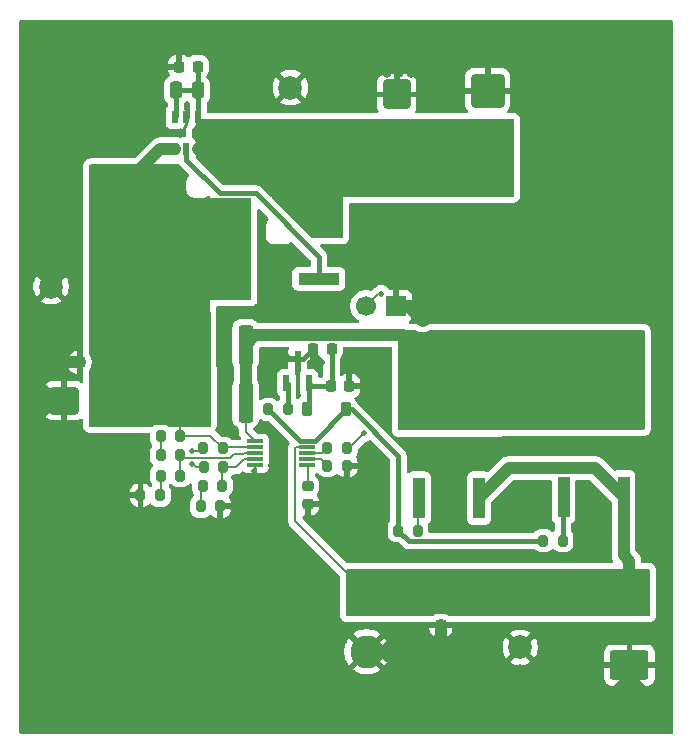
<source format=gbr>
%TF.GenerationSoftware,KiCad,Pcbnew,9.0.6*%
%TF.CreationDate,2026-01-24T10:26:07+01:00*%
%TF.ProjectId,Protection,50726f74-6563-4746-996f-6e2e6b696361,rev?*%
%TF.SameCoordinates,Original*%
%TF.FileFunction,Copper,L1,Top*%
%TF.FilePolarity,Positive*%
%FSLAX46Y46*%
G04 Gerber Fmt 4.6, Leading zero omitted, Abs format (unit mm)*
G04 Created by KiCad (PCBNEW 9.0.6) date 2026-01-24 10:26:07*
%MOMM*%
%LPD*%
G01*
G04 APERTURE LIST*
G04 Aperture macros list*
%AMRoundRect*
0 Rectangle with rounded corners*
0 $1 Rounding radius*
0 $2 $3 $4 $5 $6 $7 $8 $9 X,Y pos of 4 corners*
0 Add a 4 corners polygon primitive as box body*
4,1,4,$2,$3,$4,$5,$6,$7,$8,$9,$2,$3,0*
0 Add four circle primitives for the rounded corners*
1,1,$1+$1,$2,$3*
1,1,$1+$1,$4,$5*
1,1,$1+$1,$6,$7*
1,1,$1+$1,$8,$9*
0 Add four rect primitives between the rounded corners*
20,1,$1+$1,$2,$3,$4,$5,0*
20,1,$1+$1,$4,$5,$6,$7,0*
20,1,$1+$1,$6,$7,$8,$9,0*
20,1,$1+$1,$8,$9,$2,$3,0*%
G04 Aperture macros list end*
%TA.AperFunction,Conductor*%
%ADD10C,0.200000*%
%TD*%
%TA.AperFunction,SMDPad,CuDef*%
%ADD11R,0.558800X1.320800*%
%TD*%
%TA.AperFunction,SMDPad,CuDef*%
%ADD12R,1.371600X0.330200*%
%TD*%
%TA.AperFunction,SMDPad,CuDef*%
%ADD13R,0.599999X1.000000*%
%TD*%
%TA.AperFunction,SMDPad,CuDef*%
%ADD14R,1.000000X3.500001*%
%TD*%
%TA.AperFunction,SMDPad,CuDef*%
%ADD15R,8.650001X8.400002*%
%TD*%
%TA.AperFunction,SMDPad,CuDef*%
%ADD16R,3.500001X1.000000*%
%TD*%
%TA.AperFunction,SMDPad,CuDef*%
%ADD17R,8.400002X8.650001*%
%TD*%
%TA.AperFunction,SMDPad,CuDef*%
%ADD18RoundRect,0.250000X-0.362500X-1.425000X0.362500X-1.425000X0.362500X1.425000X-0.362500X1.425000X0*%
%TD*%
%TA.AperFunction,ComponentPad*%
%ADD19RoundRect,0.250000X-0.750000X0.750000X-0.750000X-0.750000X0.750000X-0.750000X0.750000X0.750000X0*%
%TD*%
%TA.AperFunction,ComponentPad*%
%ADD20C,2.000000*%
%TD*%
%TA.AperFunction,SMDPad,CuDef*%
%ADD21RoundRect,0.225000X-0.250000X0.225000X-0.250000X-0.225000X0.250000X-0.225000X0.250000X0.225000X0*%
%TD*%
%TA.AperFunction,SMDPad,CuDef*%
%ADD22RoundRect,0.200000X0.200000X0.275000X-0.200000X0.275000X-0.200000X-0.275000X0.200000X-0.275000X0*%
%TD*%
%TA.AperFunction,SMDPad,CuDef*%
%ADD23RoundRect,0.250000X-0.250000X-0.475000X0.250000X-0.475000X0.250000X0.475000X-0.250000X0.475000X0*%
%TD*%
%TA.AperFunction,SMDPad,CuDef*%
%ADD24RoundRect,0.225000X-0.225000X-0.250000X0.225000X-0.250000X0.225000X0.250000X-0.225000X0.250000X0*%
%TD*%
%TA.AperFunction,SMDPad,CuDef*%
%ADD25RoundRect,0.250000X0.900000X-1.000000X0.900000X1.000000X-0.900000X1.000000X-0.900000X-1.000000X0*%
%TD*%
%TA.AperFunction,SMDPad,CuDef*%
%ADD26RoundRect,0.200000X-0.200000X-0.275000X0.200000X-0.275000X0.200000X0.275000X-0.200000X0.275000X0*%
%TD*%
%TA.AperFunction,ComponentPad*%
%ADD27RoundRect,0.250000X0.750000X0.750000X-0.750000X0.750000X-0.750000X-0.750000X0.750000X-0.750000X0*%
%TD*%
%TA.AperFunction,SMDPad,CuDef*%
%ADD28RoundRect,0.225000X0.225000X0.250000X-0.225000X0.250000X-0.225000X-0.250000X0.225000X-0.250000X0*%
%TD*%
%TA.AperFunction,ComponentPad*%
%ADD29RoundRect,0.250001X-1.149999X1.149999X-1.149999X-1.149999X1.149999X-1.149999X1.149999X1.149999X0*%
%TD*%
%TA.AperFunction,ComponentPad*%
%ADD30C,2.800000*%
%TD*%
%TA.AperFunction,SMDPad,CuDef*%
%ADD31RoundRect,0.250000X1.000000X0.900000X-1.000000X0.900000X-1.000000X-0.900000X1.000000X-0.900000X0*%
%TD*%
%TA.AperFunction,SMDPad,CuDef*%
%ADD32RoundRect,0.225000X-0.225000X-0.375000X0.225000X-0.375000X0.225000X0.375000X-0.225000X0.375000X0*%
%TD*%
%TA.AperFunction,ComponentPad*%
%ADD33RoundRect,0.250000X0.750000X-0.750000X0.750000X0.750000X-0.750000X0.750000X-0.750000X-0.750000X0*%
%TD*%
%TA.AperFunction,SMDPad,CuDef*%
%ADD34RoundRect,0.250000X-1.400000X-1.000000X1.400000X-1.000000X1.400000X1.000000X-1.400000X1.000000X0*%
%TD*%
%TA.AperFunction,ComponentPad*%
%ADD35R,1.700000X1.700000*%
%TD*%
%TA.AperFunction,ComponentPad*%
%ADD36C,1.700000*%
%TD*%
%TA.AperFunction,ViaPad*%
%ADD37C,0.800000*%
%TD*%
%TA.AperFunction,ViaPad*%
%ADD38C,0.500000*%
%TD*%
%TA.AperFunction,Conductor*%
%ADD39C,0.400000*%
%TD*%
%TA.AperFunction,Conductor*%
%ADD40C,1.000000*%
%TD*%
G04 APERTURE END LIST*
D10*
%TO.N,/TIMER*%
X103750000Y-91000000D02*
X103750000Y-92750000D01*
%TD*%
D11*
%TO.P,U3,1,BASE*%
%TO.N,Net-(U3-BASE)*%
X101945000Y-84000000D03*
%TO.P,U3,2,EMITTER*%
%TO.N,Net-(D4-K)*%
X103850000Y-84000000D03*
%TO.P,U3,3,COLLECTOR*%
%TO.N,GND*%
X102897500Y-81968000D03*
%TD*%
D12*
%TO.P,U2,1,SEN*%
%TO.N,/SEN*%
X99302900Y-88959999D03*
%TO.P,U2,2,VIN*%
%TO.N,/VIN*%
X99302900Y-89460001D03*
%TO.P,U2,3,UVLO*%
%TO.N,/UVLO*%
X99302900Y-89960000D03*
%TO.P,U2,4,OVLO*%
%TO.N,/OVLO*%
X99302900Y-90459999D03*
%TO.P,U2,5,GND*%
%TO.N,GND*%
X99302900Y-90960001D03*
%TO.P,U2,6,TIMER*%
%TO.N,/TIMER*%
X103697100Y-90960001D03*
%TO.P,U2,7,PWR*%
%TO.N,/PWR*%
X103697100Y-90459999D03*
%TO.P,U2,8,PGD*%
%TO.N,Net-(U2-PGD)*%
X103697100Y-89960000D03*
%TO.P,U2,9,OUT*%
%TO.N,/OUT*%
X103697100Y-89460001D03*
%TO.P,U2,10,GATE*%
%TO.N,/GATE*%
X103697100Y-88959999D03*
%TD*%
D13*
%TO.P,U1,1,VCAP*%
%TO.N,/VIN_74700*%
X94439999Y-61472323D03*
%TO.P,U1,2,GND*%
%TO.N,GND*%
X93489998Y-61472323D03*
%TO.P,U1,3,EN*%
%TO.N,/VIN_74700*%
X92540000Y-61472323D03*
%TO.P,U1,4,CATHODE*%
%TO.N,/VIN*%
X92540000Y-64222323D03*
%TO.P,U1,5,GATE*%
%TO.N,Net-(Q1-Gate)*%
X93489998Y-64222323D03*
%TO.P,U1,6,ANODE*%
%TO.N,/VIN_74700*%
X94439999Y-64222323D03*
%TD*%
D14*
%TO.P,Q3,1,Gate*%
%TO.N,Net-(Q3-Gate)*%
X125420000Y-93650000D03*
D15*
%TO.P,Q3,2,Drain*%
%TO.N,/SEN*%
X127960000Y-83750000D03*
D14*
%TO.P,Q3,3,Source*%
%TO.N,/OUT*%
X130500000Y-93650000D03*
%TD*%
%TO.P,Q2,1,Gate*%
%TO.N,Net-(Q2-Gate)*%
X113170000Y-93750000D03*
D15*
%TO.P,Q2,2,Drain*%
%TO.N,/SEN*%
X115710000Y-83850000D03*
D14*
%TO.P,Q2,3,Source*%
%TO.N,/OUT*%
X118250000Y-93750000D03*
%TD*%
D16*
%TO.P,Q1,3,Source*%
%TO.N,/VIN_74700*%
X104700000Y-70100000D03*
D17*
%TO.P,Q1,2,Drain*%
%TO.N,/VIN*%
X94800000Y-72640000D03*
D16*
%TO.P,Q1,1,Gate*%
%TO.N,Net-(Q1-Gate)*%
X104700000Y-75180000D03*
%TD*%
D18*
%TO.P,R9,1*%
%TO.N,/VIN*%
X92575000Y-80750000D03*
%TO.P,R9,2*%
%TO.N,/SEN*%
X98500000Y-80750000D03*
%TD*%
D19*
%TO.P,C7,1*%
%TO.N,/OUT*%
X121750000Y-101382323D03*
D20*
%TO.P,C7,2*%
%TO.N,GND*%
X121750000Y-106382323D03*
%TD*%
D21*
%TO.P,C8,1*%
%TO.N,/OUT*%
X115040000Y-102975000D03*
%TO.P,C8,2*%
%TO.N,GND*%
X115040000Y-104525000D03*
%TD*%
D22*
%TO.P,R4,1*%
%TO.N,Net-(R3-Pad2)*%
X91250000Y-93500000D03*
%TO.P,R4,2*%
%TO.N,GND*%
X89600000Y-93500000D03*
%TD*%
D23*
%TO.P,C3,1*%
%TO.N,/VIN_74700*%
X92590000Y-59222323D03*
%TO.P,C3,2*%
X94490000Y-59222323D03*
%TD*%
D24*
%TO.P,C9,1*%
%TO.N,GND*%
X104225000Y-81100000D03*
%TO.P,C9,2*%
%TO.N,Net-(D4-K)*%
X105775000Y-81100000D03*
%TD*%
D22*
%TO.P,R1,1*%
%TO.N,/VIN*%
X92975000Y-88500000D03*
%TO.P,R1,2*%
%TO.N,Net-(R1-Pad2)*%
X91325000Y-88500000D03*
%TD*%
%TO.P,R12,1*%
%TO.N,Net-(Q3-Gate)*%
X125360000Y-97350000D03*
%TO.P,R12,2*%
%TO.N,/GATE*%
X123710000Y-97350000D03*
%TD*%
D25*
%TO.P,D1,1,A1*%
%TO.N,/VIN_74700*%
X111300000Y-63882323D03*
%TO.P,D1,2,A2*%
%TO.N,GND*%
X111300000Y-59582323D03*
%TD*%
D26*
%TO.P,R2,1*%
%TO.N,Net-(R1-Pad2)*%
X91300000Y-90100000D03*
%TO.P,R2,2*%
%TO.N,/UVLO*%
X92950000Y-90100000D03*
%TD*%
D27*
%TO.P,C4,1*%
%TO.N,/VIN*%
X87040000Y-75850000D03*
D20*
%TO.P,C4,2*%
%TO.N,GND*%
X82040000Y-75850000D03*
%TD*%
D28*
%TO.P,C5,1*%
%TO.N,/VIN*%
X86025000Y-82250000D03*
%TO.P,C5,2*%
%TO.N,GND*%
X84475000Y-82250000D03*
%TD*%
D29*
%TO.P,J1,1,Pin_1*%
%TO.N,GND*%
X119000000Y-59250000D03*
D30*
%TO.P,J1,2,Pin_2*%
%TO.N,/VIN_74700*%
X119000000Y-64250000D03*
%TD*%
D26*
%TO.P,R15,1*%
%TO.N,/GATE*%
X100425000Y-86250000D03*
%TO.P,R15,2*%
%TO.N,Net-(U3-BASE)*%
X102075000Y-86250000D03*
%TD*%
D28*
%TO.P,C10,1*%
%TO.N,GND*%
X107275000Y-84250000D03*
%TO.P,C10,2*%
%TO.N,Net-(D4-K)*%
X105725000Y-84250000D03*
%TD*%
D22*
%TO.P,R11,1*%
%TO.N,Net-(Q2-Gate)*%
X113075000Y-96500000D03*
%TO.P,R11,2*%
%TO.N,/GATE*%
X111425000Y-96500000D03*
%TD*%
D18*
%TO.P,R10,1*%
%TO.N,/VIN*%
X92575000Y-85660000D03*
%TO.P,R10,2*%
%TO.N,/SEN*%
X98500000Y-85660000D03*
%TD*%
D31*
%TO.P,D2,1,A1*%
%TO.N,/VIN*%
X87450000Y-85500000D03*
%TO.P,D2,2,A2*%
%TO.N,GND*%
X83150000Y-85500000D03*
%TD*%
D22*
%TO.P,R7,1*%
%TO.N,/OVLO*%
X96500000Y-92700000D03*
%TO.P,R7,2*%
%TO.N,Net-(R7-Pad2)*%
X94850000Y-92700000D03*
%TD*%
D32*
%TO.P,D4,1,K*%
%TO.N,Net-(D4-K)*%
X103700000Y-86250000D03*
%TO.P,D4,2,A*%
%TO.N,/GATE*%
X107000000Y-86250000D03*
%TD*%
D26*
%TO.P,R8,1*%
%TO.N,Net-(R7-Pad2)*%
X94700000Y-94450000D03*
%TO.P,R8,2*%
%TO.N,GND*%
X96350000Y-94450000D03*
%TD*%
D33*
%TO.P,C1,1*%
%TO.N,/VIN_74700*%
X102300000Y-64000000D03*
D20*
%TO.P,C1,2*%
%TO.N,GND*%
X102300000Y-59000000D03*
%TD*%
D26*
%TO.P,R14,1*%
%TO.N,Net-(U2-PGD)*%
X105425000Y-89500000D03*
%TO.P,R14,2*%
%TO.N,Net-(J2-Pin_2)*%
X107075000Y-89500000D03*
%TD*%
D29*
%TO.P,J3,1,Pin_1*%
%TO.N,/OUT*%
X108750000Y-101750000D03*
D30*
%TO.P,J3,2,Pin_2*%
%TO.N,GND*%
X108750000Y-106750000D03*
%TD*%
D26*
%TO.P,R6,1*%
%TO.N,Net-(R5-Pad2)*%
X94950000Y-91150000D03*
%TO.P,R6,2*%
%TO.N,/OVLO*%
X96600000Y-91150000D03*
%TD*%
D34*
%TO.P,D3,1,K*%
%TO.N,/OUT*%
X131000000Y-101100000D03*
%TO.P,D3,2,A*%
%TO.N,GND*%
X131000000Y-107900000D03*
%TD*%
D26*
%TO.P,R13,1*%
%TO.N,/PWR*%
X105425000Y-91000000D03*
%TO.P,R13,2*%
%TO.N,GND*%
X107075000Y-91000000D03*
%TD*%
D22*
%TO.P,R5,1*%
%TO.N,/VIN*%
X96575000Y-89550000D03*
%TO.P,R5,2*%
%TO.N,Net-(R5-Pad2)*%
X94925000Y-89550000D03*
%TD*%
D28*
%TO.P,C2,1*%
%TO.N,/VIN_74700*%
X94447323Y-57222323D03*
%TO.P,C2,2*%
%TO.N,GND*%
X92897323Y-57222323D03*
%TD*%
D21*
%TO.P,C6,1*%
%TO.N,/TIMER*%
X103750000Y-92725000D03*
%TO.P,C6,2*%
%TO.N,GND*%
X103750000Y-94275000D03*
%TD*%
D35*
%TO.P,J2,1,Pin_1*%
%TO.N,GND*%
X111240000Y-77500000D03*
D36*
%TO.P,J2,2,Pin_2*%
%TO.N,Net-(J2-Pin_2)*%
X108700000Y-77500000D03*
%TD*%
D22*
%TO.P,R3,1*%
%TO.N,/UVLO*%
X92950000Y-91850000D03*
%TO.P,R3,2*%
%TO.N,Net-(R3-Pad2)*%
X91300000Y-91850000D03*
%TD*%
D37*
%TO.N,GND*%
X82000000Y-74000000D03*
X87000000Y-59000000D03*
X113500000Y-77750000D03*
X126000000Y-74000000D03*
X124000000Y-60000000D03*
X130000000Y-68000000D03*
X83000000Y-98000000D03*
X122000000Y-78000000D03*
X85000000Y-59000000D03*
X81000000Y-55000000D03*
X130000000Y-62000000D03*
X83000000Y-100000000D03*
X134000000Y-64000000D03*
X95000000Y-106000000D03*
X126000000Y-62000000D03*
X101000000Y-96000000D03*
X91000000Y-102000000D03*
X128000000Y-72000000D03*
X93000000Y-106000000D03*
X83000000Y-96000000D03*
X89000000Y-57000000D03*
X81000000Y-61000000D03*
X120000000Y-72000000D03*
X103000000Y-110000000D03*
X83000000Y-94000000D03*
X83000000Y-59000000D03*
X121317500Y-59440000D03*
X126000000Y-56000000D03*
X113500000Y-78750000D03*
X114000000Y-74000000D03*
X83000000Y-63000000D03*
X126000000Y-76000000D03*
D38*
X101700000Y-90100000D03*
D37*
X102250000Y-56250000D03*
X101000000Y-108000000D03*
X87000000Y-102000000D03*
X83000000Y-57000000D03*
X124000000Y-78000000D03*
X132000000Y-68000000D03*
X108000000Y-72000000D03*
X97000000Y-112000000D03*
X114000000Y-70000000D03*
X120750000Y-108250000D03*
X110000000Y-72000000D03*
X85000000Y-102000000D03*
X118000000Y-74000000D03*
X126000000Y-64000000D03*
X97000000Y-102000000D03*
X128000000Y-70000000D03*
X116000000Y-70000000D03*
X93000000Y-104000000D03*
X124000000Y-64000000D03*
X134000000Y-62000000D03*
X97000000Y-104000000D03*
X83000000Y-92000000D03*
X87000000Y-98000000D03*
X81000000Y-59000000D03*
X95000000Y-102000000D03*
X89000000Y-59000000D03*
D38*
X101700000Y-89100000D03*
D37*
X99000000Y-102000000D03*
X132000000Y-110000000D03*
X130000000Y-70000000D03*
X91000000Y-98000000D03*
X126000000Y-72000000D03*
D38*
X88500000Y-93500000D03*
D37*
X81250000Y-86500000D03*
X121317500Y-60440000D03*
X122000000Y-70000000D03*
X93000000Y-102000000D03*
X81250000Y-84500000D03*
X128000000Y-66000000D03*
X93000000Y-96000000D03*
X128000000Y-76000000D03*
X110500000Y-57750000D03*
X101000000Y-110000000D03*
X122000000Y-72000000D03*
X99000000Y-110000000D03*
X131000000Y-110000000D03*
X134000000Y-58000000D03*
X85000000Y-94000000D03*
X120000000Y-76000000D03*
X111500000Y-57750000D03*
X97000000Y-96000000D03*
X126000000Y-66000000D03*
D38*
X105000000Y-94500000D03*
D37*
X126000000Y-70000000D03*
X85000000Y-100000000D03*
X128000000Y-68000000D03*
X103000000Y-100000000D03*
X95000000Y-100000000D03*
X89000000Y-98000000D03*
D38*
X92300000Y-62900000D03*
D37*
X85000000Y-61000000D03*
X97000000Y-110000000D03*
D38*
X108250000Y-84250000D03*
D37*
X81000000Y-98000000D03*
X124000000Y-74000000D03*
X103000000Y-108000000D03*
X112000000Y-70000000D03*
X134000000Y-76000000D03*
X128000000Y-64000000D03*
X122000000Y-74000000D03*
X97000000Y-106000000D03*
X128000000Y-60000000D03*
D38*
X83460000Y-82150000D03*
D37*
X110000000Y-74000000D03*
X126000000Y-60000000D03*
X112000000Y-74000000D03*
X85000000Y-96000000D03*
X83000000Y-74000000D03*
X132000000Y-76000000D03*
X116000000Y-78000000D03*
X89000000Y-63000000D03*
X134000000Y-70000000D03*
X130000000Y-72000000D03*
X85000000Y-92000000D03*
X83000000Y-61000000D03*
X116000000Y-72000000D03*
X103000000Y-106000000D03*
X93000000Y-108000000D03*
X130000000Y-64000000D03*
X83000000Y-90000000D03*
X99000000Y-100000000D03*
X101000000Y-104000000D03*
X97000000Y-100000000D03*
D38*
X91750000Y-57250000D03*
D37*
X87000000Y-100000000D03*
X87000000Y-57000000D03*
D38*
X101700000Y-91000000D03*
D37*
X120000000Y-70000000D03*
X124000000Y-76000000D03*
X134000000Y-56000000D03*
D38*
X93000000Y-62900000D03*
D37*
X83000000Y-102000000D03*
X81000000Y-96000000D03*
X122750000Y-108250000D03*
X112000000Y-72000000D03*
X120000000Y-78000000D03*
X101250000Y-56250000D03*
X132000000Y-74000000D03*
X81000000Y-100000000D03*
X101000000Y-98000000D03*
X99000000Y-98000000D03*
X118000000Y-72000000D03*
X118000000Y-78000000D03*
X132000000Y-78000000D03*
X95000000Y-96000000D03*
X85000000Y-57000000D03*
X124000000Y-68000000D03*
X111250000Y-106750000D03*
D38*
X99250000Y-91500000D03*
D37*
X97000000Y-98000000D03*
X87000000Y-92000000D03*
X114000000Y-72000000D03*
X126000000Y-58000000D03*
X130000000Y-66000000D03*
X93000000Y-100000000D03*
X132000000Y-60000000D03*
X132000000Y-64000000D03*
X108000000Y-74000000D03*
X113500000Y-76750000D03*
X116000000Y-74000000D03*
X132000000Y-66000000D03*
X85000000Y-98000000D03*
X116000000Y-76000000D03*
X95000000Y-112000000D03*
X87000000Y-94000000D03*
X124000000Y-62000000D03*
X83000000Y-55000000D03*
X89000000Y-100000000D03*
X95000000Y-110000000D03*
X132000000Y-56000000D03*
X130000000Y-78000000D03*
X81000000Y-102000000D03*
X87000000Y-96000000D03*
D38*
X93500000Y-60500000D03*
D37*
X101000000Y-102000000D03*
X118000000Y-76000000D03*
X99000000Y-112000000D03*
X110000000Y-70000000D03*
X87000000Y-63000000D03*
D38*
X100700000Y-89100000D03*
D37*
X134000000Y-72000000D03*
X111250000Y-107750000D03*
X121317500Y-58440000D03*
X124000000Y-56000000D03*
X87000000Y-55000000D03*
X108000000Y-70000000D03*
X89000000Y-96000000D03*
X128000000Y-56000000D03*
X128000000Y-62000000D03*
D38*
X97250000Y-94500000D03*
D37*
X126000000Y-78000000D03*
X103000000Y-112000000D03*
X93000000Y-98000000D03*
X93000000Y-112000000D03*
D38*
X115000000Y-105500000D03*
D37*
X134000000Y-78000000D03*
X99000000Y-108000000D03*
X85000000Y-90000000D03*
D38*
X105000000Y-82250000D03*
D37*
X132000000Y-62000000D03*
X124000000Y-58000000D03*
X130000000Y-56000000D03*
X89000000Y-102000000D03*
D38*
X107000000Y-92000000D03*
D37*
X134000000Y-60000000D03*
X89000000Y-61000000D03*
X134000000Y-66000000D03*
X91000000Y-100000000D03*
X111250000Y-105750000D03*
X99000000Y-106000000D03*
X130000000Y-110000000D03*
X130000000Y-60000000D03*
X103250000Y-56250000D03*
X124000000Y-66000000D03*
X103000000Y-98000000D03*
X130000000Y-58000000D03*
X95000000Y-104000000D03*
X128000000Y-74000000D03*
X85000000Y-63000000D03*
X126000000Y-68000000D03*
X132000000Y-72000000D03*
X118000000Y-70000000D03*
X103000000Y-104000000D03*
X91000000Y-96000000D03*
X132000000Y-70000000D03*
X101000000Y-112000000D03*
X87000000Y-90000000D03*
X81000000Y-63000000D03*
X93000000Y-110000000D03*
X95000000Y-98000000D03*
X130000000Y-74000000D03*
X124000000Y-72000000D03*
X112500000Y-57750000D03*
D38*
X101750000Y-81500000D03*
D37*
X99000000Y-96000000D03*
X81000000Y-74000000D03*
X85000000Y-55000000D03*
X81000000Y-92000000D03*
X101000000Y-106000000D03*
X89000000Y-55000000D03*
X122000000Y-76000000D03*
X120000000Y-74000000D03*
X124000000Y-70000000D03*
X81000000Y-57000000D03*
X95000000Y-108000000D03*
X132000000Y-58000000D03*
X128000000Y-78000000D03*
D38*
X100700000Y-90100000D03*
D37*
X121750000Y-108250000D03*
X101000000Y-100000000D03*
X128000000Y-58000000D03*
X81250000Y-85500000D03*
X134000000Y-68000000D03*
X99000000Y-104000000D03*
X103000000Y-102000000D03*
X87000000Y-61000000D03*
X81000000Y-94000000D03*
D38*
X100700000Y-91000000D03*
D37*
X81000000Y-90000000D03*
X97000000Y-108000000D03*
X134000000Y-74000000D03*
X130000000Y-76000000D03*
D38*
%TO.N,Net-(J2-Pin_2)*%
X109987239Y-76449288D03*
X108500000Y-88250000D03*
%TO.N,Net-(R5-Pad2)*%
X94000000Y-90876000D03*
X94000000Y-89750000D03*
%TD*%
D39*
%TO.N,Net-(Q1-Gate)*%
X104700000Y-75180000D02*
X104700000Y-73312999D01*
X93489998Y-65122323D02*
X93489998Y-64222323D01*
X104700000Y-73312999D02*
X99351001Y-67964000D01*
X99351001Y-67964000D02*
X96331675Y-67964000D01*
X96331675Y-67964000D02*
X93489998Y-65122323D01*
%TO.N,/VIN_74700*%
X94447323Y-59179646D02*
X94490000Y-59222323D01*
D40*
X94490997Y-64171325D02*
X94490997Y-64222323D01*
D39*
X94490000Y-61422322D02*
X94439999Y-61472323D01*
D40*
X94662322Y-64000000D02*
X94490997Y-64171325D01*
D39*
X92590000Y-59222323D02*
X92590000Y-61422323D01*
X94447323Y-57222323D02*
X94447323Y-59179646D01*
D40*
X111727677Y-64310000D02*
X111300000Y-63882323D01*
D39*
X94490000Y-59222323D02*
X94490000Y-61422322D01*
D40*
X119000000Y-64250000D02*
X118940000Y-64310000D01*
D39*
X92590000Y-61422323D02*
X92540000Y-61472323D01*
D40*
X102417677Y-63882323D02*
X102300000Y-64000000D01*
D39*
X94439999Y-61472323D02*
X94439999Y-64222323D01*
X94490000Y-59222323D02*
X92590000Y-59222323D01*
D40*
%TO.N,GND*%
X83560000Y-82250000D02*
X83460000Y-82150000D01*
D39*
X104225000Y-81475000D02*
X105000000Y-82250000D01*
D10*
X103750000Y-94275000D02*
X104775000Y-94275000D01*
D40*
X82040000Y-74040000D02*
X82000000Y-74000000D01*
D39*
X102218000Y-81968000D02*
X101750000Y-81500000D01*
D40*
X131000000Y-109000000D02*
X132000000Y-110000000D01*
D10*
X107075000Y-91000000D02*
X107075000Y-91925000D01*
D40*
X82040000Y-75040000D02*
X81000000Y-74000000D01*
D39*
X103357000Y-81968000D02*
X104225000Y-81100000D01*
D40*
X82040000Y-74960000D02*
X83000000Y-74000000D01*
X111240000Y-77500000D02*
X113250000Y-77500000D01*
X111240000Y-77500000D02*
X112250000Y-77500000D01*
X108750000Y-106750000D02*
X110250000Y-106750000D01*
X82040000Y-75850000D02*
X82040000Y-75040000D01*
D10*
X97250000Y-94500000D02*
X96400000Y-94500000D01*
D39*
X91750000Y-57250000D02*
X92869646Y-57250000D01*
D40*
X110250000Y-106750000D02*
X111250000Y-105750000D01*
X115040000Y-105460000D02*
X115000000Y-105500000D01*
X112750000Y-77500000D02*
X113500000Y-76750000D01*
X113250000Y-77500000D02*
X113500000Y-77750000D01*
D10*
X99302900Y-91447100D02*
X99250000Y-91500000D01*
D39*
X93500000Y-61462321D02*
X93489998Y-61472323D01*
X104225000Y-81100000D02*
X104225000Y-81475000D01*
D40*
X131000000Y-109000000D02*
X130000000Y-110000000D01*
X115040000Y-104525000D02*
X115040000Y-105460000D01*
X131000000Y-107900000D02*
X131000000Y-109000000D01*
X83150000Y-85500000D02*
X82250000Y-85500000D01*
X82250000Y-85500000D02*
X81250000Y-84500000D01*
D10*
X107075000Y-91925000D02*
X107000000Y-92000000D01*
D40*
X111240000Y-77500000D02*
X112750000Y-77500000D01*
D10*
X99302900Y-90960001D02*
X99302900Y-91447100D01*
D39*
X92869646Y-57250000D02*
X92897323Y-57222323D01*
X102897500Y-81968000D02*
X103357000Y-81968000D01*
X102897500Y-81968000D02*
X102218000Y-81968000D01*
D10*
X104775000Y-94275000D02*
X105000000Y-94500000D01*
D39*
X107275000Y-84250000D02*
X108250000Y-84250000D01*
D10*
X96400000Y-94500000D02*
X96350000Y-94450000D01*
D40*
X82040000Y-75850000D02*
X82040000Y-74960000D01*
X84475000Y-82250000D02*
X83560000Y-82250000D01*
X131000000Y-107900000D02*
X131000000Y-110000000D01*
D39*
X93500000Y-60500000D02*
X93500000Y-61462321D01*
D40*
X83150000Y-85500000D02*
X81250000Y-85500000D01*
X82040000Y-75850000D02*
X82040000Y-74040000D01*
X110250000Y-106750000D02*
X111250000Y-107750000D01*
X108750000Y-106750000D02*
X111250000Y-106750000D01*
X82250000Y-85500000D02*
X81250000Y-86500000D01*
D10*
X89600000Y-93500000D02*
X88500000Y-93500000D01*
D40*
X112250000Y-77500000D02*
X113500000Y-78750000D01*
D10*
%TO.N,/VIN*%
X92975000Y-86060000D02*
X92575000Y-85660000D01*
D40*
X87815000Y-85135000D02*
X87450000Y-85500000D01*
X91287999Y-64222323D02*
X87040000Y-68470322D01*
X87040000Y-68470322D02*
X87040000Y-75850000D01*
X91287999Y-64222323D02*
X92488999Y-64222323D01*
X92575000Y-80750000D02*
X92575000Y-85660000D01*
D10*
X92975000Y-88500000D02*
X92975000Y-86060000D01*
X96575000Y-89550000D02*
X95525000Y-88500000D01*
X96664999Y-89460001D02*
X96575000Y-89550000D01*
D40*
X92400000Y-80575000D02*
X92575000Y-80750000D01*
X87925000Y-85975000D02*
X87450000Y-85500000D01*
D10*
X99302900Y-89460001D02*
X96664999Y-89460001D01*
X95525000Y-88500000D02*
X92975000Y-88500000D01*
D40*
%TO.N,/OUT*%
X109150000Y-101350000D02*
X108750000Y-101750000D01*
X131000000Y-101100000D02*
X131000000Y-99100000D01*
X131000000Y-99100000D02*
X130500000Y-98600000D01*
X118250000Y-93750000D02*
X120801000Y-91199000D01*
X122032323Y-101100000D02*
X121750000Y-101382323D01*
X128049000Y-91199000D02*
X130500000Y-93650000D01*
D10*
X102710300Y-89493900D02*
X102710300Y-95710300D01*
D40*
X130500000Y-100600000D02*
X131000000Y-101100000D01*
D10*
X103697100Y-89460001D02*
X102744199Y-89460001D01*
D40*
X120801000Y-91199000D02*
X128049000Y-91199000D01*
D10*
X102710300Y-95710300D02*
X108750000Y-101750000D01*
X102744199Y-89460001D02*
X102710300Y-89493900D01*
D40*
X130500000Y-93650000D02*
X130500000Y-98600000D01*
D39*
%TO.N,Net-(D4-K)*%
X103850000Y-86100000D02*
X103700000Y-86250000D01*
X104100000Y-84250000D02*
X103850000Y-84000000D01*
X105775000Y-84200000D02*
X105725000Y-84250000D01*
X105775000Y-81100000D02*
X105775000Y-84200000D01*
X103850000Y-84000000D02*
X103850000Y-86100000D01*
X105725000Y-84250000D02*
X104100000Y-84250000D01*
%TO.N,/GATE*%
X100425000Y-86250000D02*
X103068901Y-88893901D01*
X103068901Y-88893901D02*
X103631002Y-88893901D01*
X111425000Y-90175000D02*
X111425000Y-96500000D01*
X123684000Y-97376000D02*
X123710000Y-97350000D01*
X111425000Y-96500000D02*
X112301000Y-97376000D01*
X107500000Y-86250000D02*
X111425000Y-90175000D01*
X104356099Y-88893901D02*
X103697100Y-88893901D01*
X107000000Y-86250000D02*
X107500000Y-86250000D01*
X112301000Y-97376000D02*
X123684000Y-97376000D01*
X107000000Y-86250000D02*
X104356099Y-88893901D01*
D10*
%TO.N,Net-(J2-Pin_2)*%
X107250000Y-89500000D02*
X108500000Y-88250000D01*
X107075000Y-89500000D02*
X107250000Y-89500000D01*
X109750712Y-76449288D02*
X108700000Y-77500000D01*
X109987239Y-76449288D02*
X109750712Y-76449288D01*
D40*
%TO.N,/SEN*%
X98500000Y-80750000D02*
X98500000Y-85660000D01*
D10*
X98500000Y-88157099D02*
X98500000Y-85660000D01*
D40*
X111784000Y-79924000D02*
X115710000Y-83850000D01*
X99326000Y-79924000D02*
X111784000Y-79924000D01*
D10*
X99302900Y-88959999D02*
X98500000Y-88157099D01*
D40*
X98500000Y-80750000D02*
X99326000Y-79924000D01*
D10*
%TO.N,Net-(Q2-Gate)*%
X113075000Y-96500000D02*
X113075000Y-93845000D01*
X113075000Y-93845000D02*
X113170000Y-93750000D01*
D39*
%TO.N,Net-(Q3-Gate)*%
X125360000Y-93710000D02*
X125420000Y-93650000D01*
X125360000Y-97350000D02*
X125360000Y-93710000D01*
D10*
%TO.N,Net-(R1-Pad2)*%
X91325000Y-88500000D02*
X91325000Y-90075000D01*
X91325000Y-90075000D02*
X91300000Y-90100000D01*
%TO.N,/UVLO*%
X98309999Y-90000000D02*
X98349999Y-89960000D01*
X97500000Y-90000000D02*
X98309999Y-90000000D01*
X92950000Y-91850000D02*
X92950000Y-90100000D01*
X93176000Y-90326000D02*
X97174000Y-90326000D01*
X92950000Y-90100000D02*
X93176000Y-90326000D01*
X98349999Y-89960000D02*
X99302900Y-89960000D01*
X97174000Y-90326000D02*
X97500000Y-90000000D01*
%TO.N,Net-(R3-Pad2)*%
X91300000Y-91850000D02*
X91300000Y-93450000D01*
X91300000Y-93450000D02*
X91250000Y-93500000D01*
%TO.N,Net-(R5-Pad2)*%
X94000000Y-89750000D02*
X94725000Y-89750000D01*
X94725000Y-89750000D02*
X94925000Y-89550000D01*
X94274000Y-91150000D02*
X94000000Y-90876000D01*
X94950000Y-91150000D02*
X94274000Y-91150000D01*
%TO.N,/OVLO*%
X96600000Y-91150000D02*
X97660001Y-91150000D01*
X97660001Y-91150000D02*
X98350002Y-90459999D01*
X96500000Y-92700000D02*
X96500000Y-91250000D01*
X98350002Y-90459999D02*
X99302900Y-90459999D01*
X96500000Y-91250000D02*
X96600000Y-91150000D01*
%TO.N,Net-(R7-Pad2)*%
X94700000Y-94450000D02*
X94700000Y-92850000D01*
X94700000Y-92850000D02*
X94850000Y-92700000D01*
%TO.N,/PWR*%
X104884999Y-90459999D02*
X105425000Y-91000000D01*
X103697100Y-90459999D02*
X104884999Y-90459999D01*
%TO.N,Net-(U2-PGD)*%
X104965000Y-89960000D02*
X105425000Y-89500000D01*
X103697100Y-89960000D02*
X104965000Y-89960000D01*
D39*
%TO.N,Net-(U3-BASE)*%
X102075000Y-86250000D02*
X102075000Y-84130000D01*
X102075000Y-84130000D02*
X101945000Y-84000000D01*
%TD*%
%TA.AperFunction,Conductor*%
%TO.N,/VIN_74700*%
G36*
X121193039Y-61652008D02*
G01*
X121238794Y-61704812D01*
X121250000Y-61756323D01*
X121250000Y-68126000D01*
X121230315Y-68193039D01*
X121177511Y-68238794D01*
X121126000Y-68250000D01*
X106750000Y-68250000D01*
X106750000Y-68000000D01*
X100750000Y-68000000D01*
X100750000Y-68250000D01*
X100679020Y-68250000D01*
X100611981Y-68230315D01*
X100591339Y-68213681D01*
X99797547Y-67419888D01*
X99797546Y-67419887D01*
X99682808Y-67343222D01*
X99555333Y-67290421D01*
X99555323Y-67290418D01*
X99419997Y-67263500D01*
X99419995Y-67263500D01*
X99419994Y-67263500D01*
X96673194Y-67263500D01*
X96606155Y-67243815D01*
X96585513Y-67227181D01*
X94314372Y-64956040D01*
X94280887Y-64894717D01*
X94284944Y-64837977D01*
X94282305Y-64837354D01*
X94284086Y-64829812D01*
X94284089Y-64829806D01*
X94290498Y-64770196D01*
X94290497Y-63674451D01*
X94284089Y-63614840D01*
X94233794Y-63479992D01*
X94233793Y-63479991D01*
X94233791Y-63479987D01*
X94147545Y-63364778D01*
X94049688Y-63291521D01*
X94007818Y-63235587D01*
X94000000Y-63192255D01*
X94000000Y-62502389D01*
X94019685Y-62435350D01*
X94049685Y-62403126D01*
X94147544Y-62329869D01*
X94233794Y-62214654D01*
X94284089Y-62079806D01*
X94290498Y-62020196D01*
X94290498Y-61756323D01*
X94310183Y-61689284D01*
X94362987Y-61643529D01*
X94414498Y-61632323D01*
X121126000Y-61632323D01*
X121193039Y-61652008D01*
G37*
%TD.AperFunction*%
%TD*%
%TA.AperFunction,Conductor*%
%TO.N,/VIN_74700*%
G36*
X106750000Y-68250000D02*
G01*
X106750000Y-71626000D01*
X106730315Y-71693039D01*
X106677511Y-71738794D01*
X106626000Y-71750000D01*
X104179020Y-71750000D01*
X104111981Y-71730315D01*
X104091339Y-71713681D01*
X100786319Y-68408661D01*
X100752834Y-68347338D01*
X100750000Y-68320980D01*
X100750000Y-68250000D01*
X100750000Y-68000000D01*
X106750000Y-68000000D01*
X106750000Y-68250000D01*
G37*
%TD.AperFunction*%
%TD*%
%TA.AperFunction,Conductor*%
%TO.N,/VIN*%
G36*
X92900629Y-65519685D02*
G01*
X92936693Y-65555111D01*
X92945882Y-65568864D01*
X92945886Y-65568869D01*
X93682058Y-66305040D01*
X93715543Y-66366363D01*
X93710559Y-66436054D01*
X93688089Y-66473924D01*
X93594435Y-66582004D01*
X93594430Y-66582012D01*
X93534664Y-66712878D01*
X93534662Y-66712885D01*
X93514977Y-66779924D01*
X93514976Y-66779928D01*
X93494500Y-66922344D01*
X93494500Y-67690499D01*
X93494501Y-67690508D01*
X93506052Y-67797949D01*
X93506054Y-67797961D01*
X93517260Y-67849471D01*
X93551383Y-67951996D01*
X93551386Y-67952002D01*
X93629171Y-68073036D01*
X93629179Y-68073047D01*
X93674923Y-68125839D01*
X93674926Y-68125842D01*
X93674930Y-68125846D01*
X93783664Y-68220066D01*
X93783667Y-68220067D01*
X93783668Y-68220068D01*
X93889541Y-68268420D01*
X93914541Y-68279837D01*
X93981580Y-68299522D01*
X93981584Y-68299523D01*
X94124000Y-68319999D01*
X94124003Y-68319999D01*
X94892174Y-68319999D01*
X94910156Y-68319678D01*
X94910166Y-68319677D01*
X94910201Y-68319677D01*
X94919047Y-68319361D01*
X94937064Y-68318395D01*
X95077656Y-68287811D01*
X95143120Y-68263394D01*
X95269395Y-68194443D01*
X95292968Y-68170870D01*
X95354290Y-68137386D01*
X95423982Y-68142370D01*
X95479915Y-68184242D01*
X95504332Y-68249706D01*
X95504648Y-68258343D01*
X95537291Y-87625791D01*
X95517719Y-87692864D01*
X95464992Y-87738707D01*
X95413291Y-87750000D01*
X92092019Y-87750000D01*
X92024980Y-87730315D01*
X92004337Y-87713680D01*
X91960189Y-87669531D01*
X91960188Y-87669530D01*
X91887835Y-87625791D01*
X91814606Y-87581522D01*
X91652196Y-87530914D01*
X91652194Y-87530913D01*
X91652192Y-87530913D01*
X91602778Y-87526423D01*
X91581616Y-87524500D01*
X91068384Y-87524500D01*
X91049145Y-87526248D01*
X90997807Y-87530913D01*
X90835393Y-87581522D01*
X90689811Y-87669530D01*
X90689810Y-87669531D01*
X90645663Y-87713680D01*
X90584340Y-87747166D01*
X90557981Y-87750000D01*
X85374000Y-87750000D01*
X85306961Y-87730315D01*
X85261206Y-87677511D01*
X85250000Y-87626000D01*
X85250000Y-83025192D01*
X85269349Y-82959297D01*
X85269177Y-82959191D01*
X85269564Y-82958562D01*
X85269685Y-82958153D01*
X85270655Y-82956793D01*
X85272966Y-82953045D01*
X85272968Y-82953044D01*
X85362003Y-82808697D01*
X85415349Y-82647708D01*
X85420755Y-82594788D01*
X85429550Y-82559942D01*
X85437051Y-82541835D01*
X85475500Y-82348541D01*
X85475500Y-82151459D01*
X85475500Y-82151456D01*
X85437052Y-81958170D01*
X85437051Y-81958169D01*
X85437051Y-81958165D01*
X85429549Y-81940055D01*
X85420754Y-81905206D01*
X85415349Y-81852292D01*
X85362003Y-81691303D01*
X85361999Y-81691297D01*
X85361998Y-81691294D01*
X85269177Y-81540809D01*
X85271696Y-81539255D01*
X85250588Y-81486872D01*
X85250000Y-81474807D01*
X85250000Y-65624000D01*
X85269685Y-65556961D01*
X85322489Y-65511206D01*
X85374000Y-65500000D01*
X92833590Y-65500000D01*
X92900629Y-65519685D01*
G37*
%TD.AperFunction*%
%TD*%
%TA.AperFunction,Conductor*%
%TO.N,/SEN*%
G36*
X112851821Y-79519685D02*
G01*
X112860300Y-79525857D01*
X113026079Y-79636627D01*
X113026083Y-79636629D01*
X113026086Y-79636631D01*
X113208164Y-79712051D01*
X113401455Y-79750499D01*
X113401458Y-79750500D01*
X113401460Y-79750500D01*
X113598542Y-79750500D01*
X113598543Y-79750499D01*
X113791836Y-79712051D01*
X113973914Y-79636631D01*
X114137781Y-79527139D01*
X114137780Y-79527139D01*
X114142846Y-79523755D01*
X114143741Y-79525095D01*
X114200859Y-79500834D01*
X114215218Y-79500000D01*
X132126000Y-79500000D01*
X132193039Y-79519685D01*
X132238794Y-79572489D01*
X132250000Y-79624000D01*
X132250000Y-87876000D01*
X132230315Y-87943039D01*
X132177511Y-87988794D01*
X132126000Y-88000000D01*
X111624000Y-88000000D01*
X111556961Y-87980315D01*
X111511206Y-87927511D01*
X111500000Y-87876000D01*
X111500000Y-79624000D01*
X111519685Y-79556961D01*
X111572489Y-79511206D01*
X111624000Y-79500000D01*
X112784782Y-79500000D01*
X112851821Y-79519685D01*
G37*
%TD.AperFunction*%
%TD*%
%TA.AperFunction,Conductor*%
%TO.N,/OUT*%
G36*
X132693039Y-99769685D02*
G01*
X132738794Y-99822489D01*
X132750000Y-99874000D01*
X132750000Y-103626000D01*
X132730315Y-103693039D01*
X132677511Y-103738794D01*
X132626000Y-103750000D01*
X115815192Y-103750000D01*
X115749297Y-103730650D01*
X115749191Y-103730823D01*
X115748562Y-103730435D01*
X115748153Y-103730315D01*
X115746793Y-103729344D01*
X115598705Y-103638001D01*
X115598699Y-103637998D01*
X115598697Y-103637997D01*
X115562492Y-103626000D01*
X115437709Y-103584651D01*
X115437702Y-103584650D01*
X115384785Y-103579243D01*
X115349942Y-103570448D01*
X115331838Y-103562950D01*
X115331832Y-103562948D01*
X115138543Y-103524500D01*
X115138541Y-103524500D01*
X114941459Y-103524500D01*
X114941457Y-103524500D01*
X114748167Y-103562948D01*
X114748160Y-103562950D01*
X114730052Y-103570450D01*
X114695211Y-103579244D01*
X114642290Y-103584651D01*
X114481305Y-103637996D01*
X114481294Y-103638001D01*
X114330809Y-103730823D01*
X114329249Y-103728294D01*
X114276939Y-103749405D01*
X114264808Y-103750000D01*
X107124000Y-103750000D01*
X107056961Y-103730315D01*
X107011206Y-103677511D01*
X107000000Y-103626000D01*
X107000000Y-99874000D01*
X107019685Y-99806961D01*
X107072489Y-99761206D01*
X107124000Y-99750000D01*
X132626000Y-99750000D01*
X132693039Y-99769685D01*
G37*
%TD.AperFunction*%
%TD*%
%TA.AperFunction,Conductor*%
%TO.N,GND*%
G36*
X109096125Y-88841481D02*
G01*
X109118639Y-88859296D01*
X110688181Y-90428838D01*
X110721666Y-90490161D01*
X110724500Y-90516519D01*
X110724500Y-95683480D01*
X110704815Y-95750519D01*
X110688181Y-95771161D01*
X110669531Y-95789810D01*
X110669530Y-95789811D01*
X110581522Y-95935393D01*
X110530913Y-96097807D01*
X110524500Y-96168386D01*
X110524500Y-96831613D01*
X110530913Y-96902192D01*
X110581522Y-97064606D01*
X110669530Y-97210188D01*
X110789811Y-97330469D01*
X110789813Y-97330470D01*
X110789815Y-97330472D01*
X110935394Y-97418478D01*
X111097804Y-97469086D01*
X111168384Y-97475500D01*
X111358481Y-97475500D01*
X111425520Y-97495185D01*
X111446162Y-97511819D01*
X111854453Y-97920111D01*
X111854454Y-97920112D01*
X111969192Y-97996777D01*
X112085262Y-98044854D01*
X112096672Y-98049580D01*
X112096676Y-98049580D01*
X112096677Y-98049581D01*
X112232003Y-98076500D01*
X112232006Y-98076500D01*
X112232007Y-98076500D01*
X122919481Y-98076500D01*
X122986520Y-98096185D01*
X123007157Y-98112814D01*
X123074815Y-98180472D01*
X123220394Y-98268478D01*
X123382804Y-98319086D01*
X123453384Y-98325500D01*
X123453387Y-98325500D01*
X123966613Y-98325500D01*
X123966616Y-98325500D01*
X124037196Y-98319086D01*
X124199606Y-98268478D01*
X124345185Y-98180472D01*
X124391439Y-98134218D01*
X124447319Y-98078339D01*
X124508642Y-98044854D01*
X124578334Y-98049838D01*
X124622681Y-98078339D01*
X124724811Y-98180469D01*
X124724813Y-98180470D01*
X124724815Y-98180472D01*
X124870394Y-98268478D01*
X125032804Y-98319086D01*
X125103384Y-98325500D01*
X125103387Y-98325500D01*
X125616613Y-98325500D01*
X125616616Y-98325500D01*
X125687196Y-98319086D01*
X125849606Y-98268478D01*
X125995185Y-98180472D01*
X126115472Y-98060185D01*
X126203478Y-97914606D01*
X126254086Y-97752196D01*
X126260500Y-97681616D01*
X126260500Y-97018384D01*
X126254086Y-96947804D01*
X126203478Y-96785394D01*
X126115472Y-96639815D01*
X126115470Y-96639813D01*
X126115469Y-96639811D01*
X126096819Y-96621161D01*
X126063334Y-96559838D01*
X126060500Y-96533480D01*
X126060500Y-95967872D01*
X126080185Y-95900833D01*
X126132989Y-95855078D01*
X126141171Y-95851689D01*
X126162327Y-95843799D01*
X126162329Y-95843797D01*
X126162331Y-95843797D01*
X126277546Y-95757547D01*
X126363796Y-95642332D01*
X126414091Y-95507484D01*
X126420500Y-95447874D01*
X126420499Y-92323499D01*
X126440184Y-92256461D01*
X126492988Y-92210706D01*
X126544499Y-92199500D01*
X127583218Y-92199500D01*
X127650257Y-92219185D01*
X127670899Y-92235819D01*
X129463181Y-94028101D01*
X129496666Y-94089424D01*
X129499500Y-94115782D01*
X129499500Y-98698541D01*
X129499500Y-98698543D01*
X129499499Y-98698543D01*
X129537947Y-98891829D01*
X129537950Y-98891839D01*
X129613009Y-99073048D01*
X129620478Y-99142517D01*
X129589203Y-99204996D01*
X129529114Y-99240648D01*
X129498448Y-99244500D01*
X107145098Y-99244500D01*
X107078059Y-99224815D01*
X107057417Y-99208181D01*
X103347119Y-95497883D01*
X103332415Y-95470955D01*
X103315823Y-95445137D01*
X103314931Y-95438936D01*
X103313634Y-95436560D01*
X103310800Y-95410202D01*
X103310800Y-95347920D01*
X103330485Y-95280881D01*
X103383289Y-95235126D01*
X103447413Y-95224563D01*
X103451686Y-95224999D01*
X104000000Y-95224999D01*
X104048308Y-95224999D01*
X104048322Y-95224998D01*
X104147607Y-95214855D01*
X104308481Y-95161547D01*
X104308492Y-95161542D01*
X104452728Y-95072575D01*
X104452732Y-95072572D01*
X104572572Y-94952732D01*
X104572575Y-94952728D01*
X104661542Y-94808492D01*
X104661547Y-94808481D01*
X104714855Y-94647606D01*
X104724999Y-94548322D01*
X104725000Y-94548309D01*
X104725000Y-94525000D01*
X104000000Y-94525000D01*
X104000000Y-95224999D01*
X103451686Y-95224999D01*
X103499999Y-95224998D01*
X103500000Y-95224998D01*
X103500000Y-94399000D01*
X103519685Y-94331961D01*
X103572489Y-94286206D01*
X103624000Y-94275000D01*
X103750000Y-94275000D01*
X103750000Y-94149000D01*
X103769685Y-94081961D01*
X103822489Y-94036206D01*
X103874000Y-94025000D01*
X104724999Y-94025000D01*
X104724999Y-94001692D01*
X104724998Y-94001677D01*
X104714855Y-93902392D01*
X104661547Y-93741518D01*
X104661542Y-93741507D01*
X104572575Y-93597271D01*
X104572572Y-93597267D01*
X104563339Y-93588034D01*
X104529854Y-93526711D01*
X104534838Y-93457019D01*
X104563343Y-93412668D01*
X104572968Y-93403044D01*
X104662003Y-93258697D01*
X104715349Y-93097708D01*
X104725500Y-92998345D01*
X104725499Y-92451656D01*
X104715349Y-92352292D01*
X104662003Y-92191303D01*
X104661999Y-92191297D01*
X104661998Y-92191294D01*
X104572970Y-92046959D01*
X104572969Y-92046958D01*
X104572968Y-92046956D01*
X104453044Y-91927032D01*
X104453043Y-91927031D01*
X104453042Y-91927030D01*
X104409402Y-91900112D01*
X104402578Y-91892525D01*
X104393297Y-91888287D01*
X104379607Y-91866986D01*
X104362678Y-91848163D01*
X104360034Y-91836528D01*
X104355523Y-91829509D01*
X104350500Y-91794574D01*
X104350500Y-91745614D01*
X104370185Y-91678575D01*
X104422989Y-91632820D01*
X104461247Y-91622324D01*
X104479732Y-91620337D01*
X104490383Y-91619192D01*
X104495388Y-91617324D01*
X104565079Y-91612336D01*
X104626404Y-91645818D01*
X104644840Y-91669347D01*
X104669528Y-91710185D01*
X104669530Y-91710187D01*
X104669532Y-91710190D01*
X104789811Y-91830469D01*
X104789813Y-91830470D01*
X104789815Y-91830472D01*
X104935394Y-91918478D01*
X105097804Y-91969086D01*
X105168384Y-91975500D01*
X105168387Y-91975500D01*
X105681613Y-91975500D01*
X105681616Y-91975500D01*
X105752196Y-91969086D01*
X105914606Y-91918478D01*
X106060185Y-91830472D01*
X106162673Y-91727983D01*
X106223994Y-91694499D01*
X106293685Y-91699483D01*
X106338034Y-91727984D01*
X106440122Y-91830072D01*
X106585604Y-91918019D01*
X106585603Y-91918019D01*
X106747894Y-91968590D01*
X106747893Y-91968590D01*
X106818408Y-91974998D01*
X106818426Y-91974999D01*
X107325000Y-91974999D01*
X107331581Y-91974999D01*
X107402102Y-91968591D01*
X107402107Y-91968590D01*
X107564396Y-91918018D01*
X107709877Y-91830072D01*
X107830072Y-91709877D01*
X107918019Y-91564395D01*
X107968590Y-91402106D01*
X107975000Y-91331572D01*
X107975000Y-91250000D01*
X107325000Y-91250000D01*
X107325000Y-91974999D01*
X106818426Y-91974999D01*
X106824999Y-91974998D01*
X106825000Y-91974998D01*
X106825000Y-91124000D01*
X106844685Y-91056961D01*
X106897489Y-91011206D01*
X106949000Y-91000000D01*
X107075000Y-91000000D01*
X107075000Y-90874000D01*
X107094685Y-90806961D01*
X107147489Y-90761206D01*
X107199000Y-90750000D01*
X107974999Y-90750000D01*
X107974999Y-90668417D01*
X107968591Y-90597897D01*
X107968590Y-90597892D01*
X107918018Y-90435603D01*
X107844890Y-90314633D01*
X107827054Y-90247078D01*
X107844890Y-90186334D01*
X107918478Y-90064606D01*
X107969086Y-89902196D01*
X107975500Y-89831616D01*
X107975500Y-89675096D01*
X107995185Y-89608057D01*
X108011815Y-89587419D01*
X108578301Y-89020932D01*
X108639622Y-88987449D01*
X108641644Y-88987027D01*
X108718913Y-88971658D01*
X108855495Y-88915084D01*
X108962067Y-88843874D01*
X109028744Y-88822997D01*
X109096125Y-88841481D01*
G37*
%TD.AperFunction*%
%TA.AperFunction,Conductor*%
G36*
X102115786Y-80944185D02*
G01*
X102161541Y-80996989D01*
X102171485Y-81066147D01*
X102164929Y-81091833D01*
X102124503Y-81200220D01*
X102124501Y-81200227D01*
X102118100Y-81259755D01*
X102118100Y-81718000D01*
X102773500Y-81718000D01*
X102840539Y-81737685D01*
X102886294Y-81790489D01*
X102897500Y-81842000D01*
X102897500Y-81968000D01*
X103023500Y-81968000D01*
X103090539Y-81987685D01*
X103136294Y-82040489D01*
X103147500Y-82092000D01*
X103147500Y-83028351D01*
X103129756Y-83088778D01*
X103131054Y-83089487D01*
X103126802Y-83097272D01*
X103076508Y-83232117D01*
X103071898Y-83275000D01*
X103070101Y-83291723D01*
X103070100Y-83291735D01*
X103070100Y-84708270D01*
X103070101Y-84708276D01*
X103076508Y-84767881D01*
X103076509Y-84767883D01*
X103126804Y-84902731D01*
X103126805Y-84902732D01*
X103126806Y-84902735D01*
X103131056Y-84910518D01*
X103129086Y-84911593D01*
X103132504Y-84920755D01*
X103144477Y-84939385D01*
X103147626Y-84961291D01*
X103149184Y-84965466D01*
X103149500Y-84974320D01*
X103149500Y-85154154D01*
X103129815Y-85221193D01*
X103090598Y-85259692D01*
X103021956Y-85302031D01*
X103021954Y-85302032D01*
X102987180Y-85336807D01*
X102925857Y-85370292D01*
X102856165Y-85365306D01*
X102800232Y-85323434D01*
X102775816Y-85257970D01*
X102775500Y-85249125D01*
X102775500Y-84061010D01*
X102775500Y-84061007D01*
X102772449Y-84045671D01*
X102748580Y-83925672D01*
X102730923Y-83883046D01*
X102728723Y-83874390D01*
X102729073Y-83864822D01*
X102724899Y-83843835D01*
X102724899Y-83291729D01*
X102724898Y-83291723D01*
X102724897Y-83291716D01*
X102718491Y-83232117D01*
X102715836Y-83224999D01*
X102668197Y-83097272D01*
X102668196Y-83097269D01*
X102668193Y-83097265D01*
X102663946Y-83089487D01*
X102666744Y-83087958D01*
X102647814Y-83037170D01*
X102647500Y-83028351D01*
X102647500Y-82218000D01*
X102118100Y-82218000D01*
X102118100Y-82676228D01*
X102120854Y-82701845D01*
X102108448Y-82770605D01*
X102060837Y-82821742D01*
X101997564Y-82839100D01*
X101617730Y-82839100D01*
X101617723Y-82839101D01*
X101558116Y-82845508D01*
X101423271Y-82895802D01*
X101423264Y-82895806D01*
X101308055Y-82982052D01*
X101308052Y-82982055D01*
X101221806Y-83097264D01*
X101221802Y-83097271D01*
X101171508Y-83232117D01*
X101166898Y-83275000D01*
X101165101Y-83291723D01*
X101165100Y-83291735D01*
X101165100Y-84708270D01*
X101165101Y-84708276D01*
X101171508Y-84767883D01*
X101221802Y-84902728D01*
X101221803Y-84902729D01*
X101221804Y-84902731D01*
X101308054Y-85017946D01*
X101324810Y-85030489D01*
X101366681Y-85086421D01*
X101374500Y-85129756D01*
X101374500Y-85433480D01*
X101365855Y-85462920D01*
X101359332Y-85492907D01*
X101355577Y-85497922D01*
X101354815Y-85500519D01*
X101338181Y-85521161D01*
X101337681Y-85521661D01*
X101276358Y-85555146D01*
X101206666Y-85550162D01*
X101162319Y-85521661D01*
X101060188Y-85419530D01*
X101054833Y-85416293D01*
X100914606Y-85331522D01*
X100752196Y-85280914D01*
X100752194Y-85280913D01*
X100752192Y-85280913D01*
X100698595Y-85276043D01*
X100681616Y-85274500D01*
X100168384Y-85274500D01*
X100151405Y-85276043D01*
X100097807Y-85280913D01*
X99935393Y-85331522D01*
X99801149Y-85412676D01*
X99733594Y-85430512D01*
X99667120Y-85408994D01*
X99622833Y-85354954D01*
X99612999Y-85306559D01*
X99612999Y-84184998D01*
X99612998Y-84184981D01*
X99602499Y-84082203D01*
X99602498Y-84082200D01*
X99590393Y-84045671D01*
X99547314Y-83915666D01*
X99518959Y-83869695D01*
X99500500Y-83804601D01*
X99500500Y-82605398D01*
X99518961Y-82540301D01*
X99547314Y-82494334D01*
X99602499Y-82327797D01*
X99613000Y-82225009D01*
X99612999Y-81103282D01*
X99621643Y-81073845D01*
X99628167Y-81043855D01*
X99631921Y-81038839D01*
X99632684Y-81036244D01*
X99649319Y-81015601D01*
X99704103Y-80960818D01*
X99765426Y-80927334D01*
X99791783Y-80924500D01*
X102048747Y-80924500D01*
X102115786Y-80944185D01*
G37*
%TD.AperFunction*%
%TA.AperFunction,Conductor*%
G36*
X104418039Y-81119685D02*
G01*
X104463794Y-81172489D01*
X104475000Y-81224000D01*
X104475000Y-82074999D01*
X104498308Y-82074999D01*
X104498322Y-82074998D01*
X104597607Y-82064855D01*
X104758481Y-82011547D01*
X104758492Y-82011542D01*
X104885403Y-81933262D01*
X104952795Y-81914821D01*
X105019458Y-81935743D01*
X105064228Y-81989385D01*
X105074500Y-82038800D01*
X105074500Y-83348125D01*
X105065856Y-83377561D01*
X105059333Y-83407551D01*
X105055577Y-83412568D01*
X105054815Y-83415164D01*
X105038182Y-83435806D01*
X104960805Y-83513182D01*
X104899485Y-83546666D01*
X104873126Y-83549500D01*
X104753899Y-83549500D01*
X104686860Y-83529815D01*
X104641105Y-83477011D01*
X104629899Y-83425500D01*
X104629899Y-83291729D01*
X104629898Y-83291723D01*
X104629897Y-83291716D01*
X104623491Y-83232117D01*
X104620836Y-83224999D01*
X104573197Y-83097271D01*
X104573193Y-83097264D01*
X104486947Y-82982055D01*
X104486944Y-82982052D01*
X104371735Y-82895806D01*
X104371728Y-82895802D01*
X104236882Y-82845508D01*
X104236883Y-82845508D01*
X104177283Y-82839101D01*
X104177281Y-82839100D01*
X104177273Y-82839100D01*
X104177265Y-82839100D01*
X103797436Y-82839100D01*
X103730397Y-82819415D01*
X103684642Y-82766611D01*
X103674146Y-82701845D01*
X103676899Y-82676228D01*
X103676900Y-82676227D01*
X103676900Y-82178423D01*
X103696585Y-82111384D01*
X103749389Y-82065629D01*
X103818547Y-82055685D01*
X103839907Y-82060718D01*
X103852393Y-82064856D01*
X103951683Y-82074999D01*
X103975000Y-82074998D01*
X103975000Y-81224000D01*
X103994685Y-81156961D01*
X104047489Y-81111206D01*
X104099000Y-81100000D01*
X104351000Y-81100000D01*
X104418039Y-81119685D01*
G37*
%TD.AperFunction*%
%TA.AperFunction,Conductor*%
G36*
X134642539Y-53320185D02*
G01*
X134688294Y-53372989D01*
X134699500Y-53424500D01*
X134699500Y-113575500D01*
X134679815Y-113642539D01*
X134627011Y-113688294D01*
X134575500Y-113699500D01*
X79424500Y-113699500D01*
X79357461Y-113679815D01*
X79311706Y-113627011D01*
X79300500Y-113575500D01*
X79300500Y-108949986D01*
X128850001Y-108949986D01*
X128860494Y-109052697D01*
X128915641Y-109219119D01*
X128915643Y-109219124D01*
X129007684Y-109368345D01*
X129131654Y-109492315D01*
X129280875Y-109584356D01*
X129280880Y-109584358D01*
X129447302Y-109639505D01*
X129447309Y-109639506D01*
X129550019Y-109649999D01*
X130749999Y-109649999D01*
X131250000Y-109649999D01*
X132449972Y-109649999D01*
X132449986Y-109649998D01*
X132552697Y-109639505D01*
X132719119Y-109584358D01*
X132719124Y-109584356D01*
X132868345Y-109492315D01*
X132992315Y-109368345D01*
X133084356Y-109219124D01*
X133084358Y-109219119D01*
X133139505Y-109052697D01*
X133139506Y-109052690D01*
X133149999Y-108949986D01*
X133150000Y-108949973D01*
X133150000Y-108150000D01*
X131250000Y-108150000D01*
X131250000Y-109649999D01*
X130749999Y-109649999D01*
X130750000Y-109649998D01*
X130750000Y-108150000D01*
X128850001Y-108150000D01*
X128850001Y-108949986D01*
X79300500Y-108949986D01*
X79300500Y-106625466D01*
X106850000Y-106625466D01*
X106850000Y-106874533D01*
X106882508Y-107121463D01*
X106946973Y-107362049D01*
X107042283Y-107592148D01*
X107042288Y-107592159D01*
X107166813Y-107807841D01*
X107166819Y-107807849D01*
X107241400Y-107905045D01*
X108148958Y-106997487D01*
X108173978Y-107057890D01*
X108245112Y-107164351D01*
X108335649Y-107254888D01*
X108442110Y-107326022D01*
X108502511Y-107351041D01*
X107594953Y-108258598D01*
X107692150Y-108333180D01*
X107692158Y-108333186D01*
X107907840Y-108457711D01*
X107907851Y-108457716D01*
X108137950Y-108553026D01*
X108378536Y-108617491D01*
X108625466Y-108650000D01*
X108874534Y-108650000D01*
X109121463Y-108617491D01*
X109362049Y-108553026D01*
X109592148Y-108457716D01*
X109592159Y-108457711D01*
X109807855Y-108333178D01*
X109905045Y-108258600D01*
X109905045Y-108258597D01*
X109832767Y-108186319D01*
X108997488Y-107351041D01*
X109057890Y-107326022D01*
X109164351Y-107254888D01*
X109254888Y-107164351D01*
X109326022Y-107057890D01*
X109351041Y-106997489D01*
X110258597Y-107905045D01*
X110258600Y-107905045D01*
X110333178Y-107807855D01*
X110457711Y-107592159D01*
X110457719Y-107592143D01*
X110491632Y-107510270D01*
X110491632Y-107510269D01*
X110553026Y-107362049D01*
X110617491Y-107121463D01*
X110650000Y-106874533D01*
X110650000Y-106625466D01*
X110617491Y-106378534D01*
X110594168Y-106291491D01*
X110586874Y-106264270D01*
X120250000Y-106264270D01*
X120250000Y-106500375D01*
X120286934Y-106733570D01*
X120359897Y-106958125D01*
X120467087Y-107168497D01*
X120527338Y-107251427D01*
X120527340Y-107251428D01*
X121267037Y-106511731D01*
X121284075Y-106575316D01*
X121349901Y-106689330D01*
X121442993Y-106782422D01*
X121557007Y-106848248D01*
X121620590Y-106865285D01*
X120880893Y-107604981D01*
X120963828Y-107665237D01*
X121174197Y-107772425D01*
X121398752Y-107845388D01*
X121398751Y-107845388D01*
X121631948Y-107882323D01*
X121868052Y-107882323D01*
X122101247Y-107845388D01*
X122325802Y-107772425D01*
X122536163Y-107665241D01*
X122536169Y-107665237D01*
X122619104Y-107604981D01*
X122619105Y-107604981D01*
X121879408Y-106865285D01*
X121942993Y-106848248D01*
X122057007Y-106782422D01*
X122150099Y-106689330D01*
X122215925Y-106575316D01*
X122232962Y-106511731D01*
X122972658Y-107251428D01*
X122972658Y-107251427D01*
X123032914Y-107168492D01*
X123032918Y-107168486D01*
X123140102Y-106958127D01*
X123175231Y-106850013D01*
X128850000Y-106850013D01*
X128850000Y-107650000D01*
X130750000Y-107650000D01*
X131250000Y-107650000D01*
X133149999Y-107650000D01*
X133149999Y-106850028D01*
X133149998Y-106850013D01*
X133139505Y-106747302D01*
X133084358Y-106580880D01*
X133084356Y-106580875D01*
X132992315Y-106431654D01*
X132868345Y-106307684D01*
X132719124Y-106215643D01*
X132719119Y-106215641D01*
X132552697Y-106160494D01*
X132552690Y-106160493D01*
X132449986Y-106150000D01*
X131250000Y-106150000D01*
X131250000Y-107650000D01*
X130750000Y-107650000D01*
X130750000Y-106150000D01*
X129550028Y-106150000D01*
X129550012Y-106150001D01*
X129447302Y-106160494D01*
X129280880Y-106215641D01*
X129280875Y-106215643D01*
X129131654Y-106307684D01*
X129007684Y-106431654D01*
X128915643Y-106580875D01*
X128915641Y-106580880D01*
X128860494Y-106747302D01*
X128860493Y-106747309D01*
X128850000Y-106850013D01*
X123175231Y-106850013D01*
X123188705Y-106808545D01*
X123188705Y-106808544D01*
X123213065Y-106733571D01*
X123250000Y-106500375D01*
X123250000Y-106264270D01*
X123213065Y-106031075D01*
X123140102Y-105806520D01*
X123032914Y-105596151D01*
X122972658Y-105513217D01*
X122972658Y-105513216D01*
X122232962Y-106252913D01*
X122215925Y-106189330D01*
X122150099Y-106075316D01*
X122057007Y-105982224D01*
X121942993Y-105916398D01*
X121879409Y-105899360D01*
X122619105Y-105159663D01*
X122619104Y-105159661D01*
X122536174Y-105099410D01*
X122325802Y-104992220D01*
X122101247Y-104919257D01*
X122101248Y-104919257D01*
X121868052Y-104882323D01*
X121631948Y-104882323D01*
X121398752Y-104919257D01*
X121174197Y-104992220D01*
X120963830Y-105099407D01*
X120880894Y-105159663D01*
X121620591Y-105899360D01*
X121557007Y-105916398D01*
X121442993Y-105982224D01*
X121349901Y-106075316D01*
X121284075Y-106189330D01*
X121267037Y-106252914D01*
X120527340Y-105513217D01*
X120467084Y-105596153D01*
X120359897Y-105806520D01*
X120286934Y-106031075D01*
X120250000Y-106264270D01*
X110586874Y-106264270D01*
X110553026Y-106137950D01*
X110457716Y-105907851D01*
X110457711Y-105907840D01*
X110333186Y-105692158D01*
X110333180Y-105692150D01*
X110258598Y-105594953D01*
X109351041Y-106502510D01*
X109326022Y-106442110D01*
X109254888Y-106335649D01*
X109164351Y-106245112D01*
X109057890Y-106173978D01*
X108997487Y-106148957D01*
X109905045Y-105241400D01*
X109807849Y-105166819D01*
X109807841Y-105166813D01*
X109592159Y-105042288D01*
X109592148Y-105042283D01*
X109362049Y-104946973D01*
X109121463Y-104882508D01*
X108874534Y-104850000D01*
X108625466Y-104850000D01*
X108378536Y-104882508D01*
X108137950Y-104946973D01*
X107907851Y-105042283D01*
X107907847Y-105042285D01*
X107692143Y-105166823D01*
X107594953Y-105241399D01*
X107594953Y-105241400D01*
X108502511Y-106148958D01*
X108442110Y-106173978D01*
X108335649Y-106245112D01*
X108245112Y-106335649D01*
X108173978Y-106442110D01*
X108148958Y-106502511D01*
X107241400Y-105594953D01*
X107241399Y-105594953D01*
X107166823Y-105692143D01*
X107042285Y-105907847D01*
X107042283Y-105907851D01*
X106946973Y-106137950D01*
X106882508Y-106378536D01*
X106850000Y-106625466D01*
X79300500Y-106625466D01*
X79300500Y-104798322D01*
X114065001Y-104798322D01*
X114075144Y-104897607D01*
X114128452Y-105058481D01*
X114128457Y-105058492D01*
X114217424Y-105202728D01*
X114217427Y-105202732D01*
X114337267Y-105322572D01*
X114337271Y-105322575D01*
X114481507Y-105411542D01*
X114481518Y-105411547D01*
X114642393Y-105464855D01*
X114741683Y-105474999D01*
X115290000Y-105474999D01*
X115338308Y-105474999D01*
X115338322Y-105474998D01*
X115437607Y-105464855D01*
X115598481Y-105411547D01*
X115598492Y-105411542D01*
X115742728Y-105322575D01*
X115742732Y-105322572D01*
X115862573Y-105202731D01*
X115900142Y-105141824D01*
X115900143Y-105141822D01*
X115951542Y-105058492D01*
X115951547Y-105058481D01*
X116004855Y-104897606D01*
X116014999Y-104798322D01*
X116015000Y-104798309D01*
X116015000Y-104775000D01*
X115290000Y-104775000D01*
X115290000Y-105474999D01*
X114741683Y-105474999D01*
X114789999Y-105474998D01*
X114790000Y-105474998D01*
X114790000Y-104775000D01*
X114065001Y-104775000D01*
X114065001Y-104798322D01*
X79300500Y-104798322D01*
X79300500Y-93831582D01*
X88700001Y-93831582D01*
X88706408Y-93902102D01*
X88706409Y-93902107D01*
X88756981Y-94064396D01*
X88844927Y-94209877D01*
X88965122Y-94330072D01*
X89110604Y-94418019D01*
X89110603Y-94418019D01*
X89272894Y-94468590D01*
X89272893Y-94468590D01*
X89343408Y-94474998D01*
X89343426Y-94474999D01*
X89349999Y-94474998D01*
X89350000Y-94474998D01*
X89350000Y-93750000D01*
X88700001Y-93750000D01*
X88700001Y-93831582D01*
X79300500Y-93831582D01*
X79300500Y-93168427D01*
X88700000Y-93168427D01*
X88700000Y-93250000D01*
X89350000Y-93250000D01*
X89350000Y-92525000D01*
X89349999Y-92524999D01*
X89343436Y-92525000D01*
X89343417Y-92525001D01*
X89272897Y-92531408D01*
X89272892Y-92531409D01*
X89110603Y-92581981D01*
X88965122Y-92669927D01*
X88844927Y-92790122D01*
X88756980Y-92935604D01*
X88706409Y-93097893D01*
X88700000Y-93168427D01*
X79300500Y-93168427D01*
X79300500Y-86449986D01*
X81400001Y-86449986D01*
X81410494Y-86552697D01*
X81465641Y-86719119D01*
X81465643Y-86719124D01*
X81557684Y-86868345D01*
X81681654Y-86992315D01*
X81830875Y-87084356D01*
X81830880Y-87084358D01*
X81997302Y-87139505D01*
X81997309Y-87139506D01*
X82100019Y-87149999D01*
X82899999Y-87149999D01*
X82900000Y-87149998D01*
X82900000Y-85750000D01*
X81400001Y-85750000D01*
X81400001Y-86449986D01*
X79300500Y-86449986D01*
X79300500Y-84550013D01*
X81400000Y-84550013D01*
X81400000Y-85250000D01*
X82900000Y-85250000D01*
X82900000Y-83850000D01*
X83400000Y-83850000D01*
X83400000Y-87149999D01*
X84199972Y-87149999D01*
X84199986Y-87149998D01*
X84302697Y-87139505D01*
X84469119Y-87084358D01*
X84469126Y-87084355D01*
X84555402Y-87031139D01*
X84622795Y-87012698D01*
X84689458Y-87033620D01*
X84734228Y-87087262D01*
X84744500Y-87136677D01*
X84744500Y-87626000D01*
X84744501Y-87626009D01*
X84756052Y-87733450D01*
X84756054Y-87733462D01*
X84767260Y-87784972D01*
X84801383Y-87887497D01*
X84801386Y-87887503D01*
X84879171Y-88008537D01*
X84879179Y-88008548D01*
X84924923Y-88061340D01*
X84924926Y-88061343D01*
X84924930Y-88061347D01*
X85033664Y-88155567D01*
X85033667Y-88155568D01*
X85033668Y-88155569D01*
X85116506Y-88193401D01*
X85164541Y-88215338D01*
X85231580Y-88235023D01*
X85231584Y-88235024D01*
X85374000Y-88255500D01*
X90300500Y-88255500D01*
X90367539Y-88275185D01*
X90413294Y-88327989D01*
X90424500Y-88379500D01*
X90424500Y-88831616D01*
X90425614Y-88843875D01*
X90430913Y-88902192D01*
X90430913Y-88902194D01*
X90430914Y-88902196D01*
X90481522Y-89064606D01*
X90569528Y-89210185D01*
X90569529Y-89210186D01*
X90569531Y-89210189D01*
X90569708Y-89210415D01*
X90569785Y-89210610D01*
X90573409Y-89216604D01*
X90572412Y-89217206D01*
X90595555Y-89275328D01*
X90582204Y-89343910D01*
X90559776Y-89374566D01*
X90544531Y-89389810D01*
X90544530Y-89389811D01*
X90456522Y-89535393D01*
X90405913Y-89697807D01*
X90403128Y-89728457D01*
X90399500Y-89768384D01*
X90399500Y-90431616D01*
X90401423Y-90452778D01*
X90405913Y-90502192D01*
X90405913Y-90502194D01*
X90405914Y-90502196D01*
X90435735Y-90597897D01*
X90456522Y-90664606D01*
X90544530Y-90810188D01*
X90621661Y-90887319D01*
X90655146Y-90948642D01*
X90650162Y-91018334D01*
X90621661Y-91062681D01*
X90544531Y-91139810D01*
X90544530Y-91139811D01*
X90456522Y-91285393D01*
X90405913Y-91447807D01*
X90403729Y-91471848D01*
X90399500Y-91518384D01*
X90399500Y-92181616D01*
X90401125Y-92199500D01*
X90405913Y-92252192D01*
X90456522Y-92414606D01*
X90544529Y-92560187D01*
X90546655Y-92562312D01*
X90547715Y-92564254D01*
X90549157Y-92566094D01*
X90548851Y-92566333D01*
X90550995Y-92570259D01*
X90558246Y-92575687D01*
X90567481Y-92600446D01*
X90580144Y-92623633D01*
X90579498Y-92632664D01*
X90582664Y-92641151D01*
X90577047Y-92666969D01*
X90575165Y-92693325D01*
X90569344Y-92702382D01*
X90567813Y-92709424D01*
X90546663Y-92737679D01*
X90512329Y-92772014D01*
X90451006Y-92805500D01*
X90381314Y-92800516D01*
X90336965Y-92772015D01*
X90234877Y-92669927D01*
X90089395Y-92581980D01*
X90089396Y-92581980D01*
X89927105Y-92531409D01*
X89927106Y-92531409D01*
X89856572Y-92525000D01*
X89850000Y-92525000D01*
X89850000Y-94474999D01*
X89856581Y-94474999D01*
X89927102Y-94468591D01*
X89927107Y-94468590D01*
X90089396Y-94418018D01*
X90234877Y-94330072D01*
X90234878Y-94330071D01*
X90336963Y-94227985D01*
X90398286Y-94194499D01*
X90467977Y-94199483D01*
X90512326Y-94227984D01*
X90614811Y-94330469D01*
X90614813Y-94330470D01*
X90614815Y-94330472D01*
X90760394Y-94418478D01*
X90922804Y-94469086D01*
X90993384Y-94475500D01*
X90993387Y-94475500D01*
X91506613Y-94475500D01*
X91506616Y-94475500D01*
X91577196Y-94469086D01*
X91739606Y-94418478D01*
X91885185Y-94330472D01*
X92005472Y-94210185D01*
X92093478Y-94064606D01*
X92144086Y-93902196D01*
X92150500Y-93831616D01*
X92150500Y-93168384D01*
X92144086Y-93097804D01*
X92093478Y-92935394D01*
X92005472Y-92789815D01*
X92005471Y-92789814D01*
X92005470Y-92789812D01*
X92003344Y-92787687D01*
X92002282Y-92785744D01*
X92000843Y-92783906D01*
X92001148Y-92783666D01*
X91999002Y-92779737D01*
X91991751Y-92774309D01*
X91982517Y-92749552D01*
X91969855Y-92726366D01*
X91970500Y-92717331D01*
X91967335Y-92708844D01*
X91972951Y-92683029D01*
X91974834Y-92656674D01*
X91980655Y-92647614D01*
X91982188Y-92640572D01*
X92003336Y-92612320D01*
X92037320Y-92578337D01*
X92098644Y-92544853D01*
X92168335Y-92549839D01*
X92212681Y-92578339D01*
X92314811Y-92680469D01*
X92314813Y-92680470D01*
X92314815Y-92680472D01*
X92460394Y-92768478D01*
X92622804Y-92819086D01*
X92693384Y-92825500D01*
X92693387Y-92825500D01*
X93206613Y-92825500D01*
X93206616Y-92825500D01*
X93277196Y-92819086D01*
X93439606Y-92768478D01*
X93585185Y-92680472D01*
X93705472Y-92560185D01*
X93719383Y-92537172D01*
X93770910Y-92489985D01*
X93839769Y-92478146D01*
X93904098Y-92505414D01*
X93943473Y-92563133D01*
X93949500Y-92601322D01*
X93949500Y-93031613D01*
X93955913Y-93102192D01*
X93955913Y-93102194D01*
X93955914Y-93102196D01*
X94006522Y-93264606D01*
X94081617Y-93388829D01*
X94086148Y-93405081D01*
X94094477Y-93418041D01*
X94099500Y-93452976D01*
X94099500Y-93533480D01*
X94079815Y-93600519D01*
X94063181Y-93621161D01*
X93944531Y-93739810D01*
X93944530Y-93739811D01*
X93856522Y-93885393D01*
X93805913Y-94047807D01*
X93804387Y-94064606D01*
X93799737Y-94115782D01*
X93799500Y-94118386D01*
X93799500Y-94781613D01*
X93805913Y-94852192D01*
X93805913Y-94852194D01*
X93805914Y-94852196D01*
X93856522Y-95014606D01*
X93938058Y-95149483D01*
X93944530Y-95160188D01*
X94064811Y-95280469D01*
X94064813Y-95280470D01*
X94064815Y-95280472D01*
X94210394Y-95368478D01*
X94372804Y-95419086D01*
X94443384Y-95425500D01*
X94443387Y-95425500D01*
X94956613Y-95425500D01*
X94956616Y-95425500D01*
X95027196Y-95419086D01*
X95189606Y-95368478D01*
X95335185Y-95280472D01*
X95437673Y-95177983D01*
X95498994Y-95144499D01*
X95568685Y-95149483D01*
X95613034Y-95177984D01*
X95715122Y-95280072D01*
X95860604Y-95368019D01*
X95860603Y-95368019D01*
X96022894Y-95418590D01*
X96022893Y-95418590D01*
X96093408Y-95424998D01*
X96093426Y-95424999D01*
X96600000Y-95424999D01*
X96606581Y-95424999D01*
X96677102Y-95418591D01*
X96677107Y-95418590D01*
X96839396Y-95368018D01*
X96984877Y-95280072D01*
X97105072Y-95159877D01*
X97193019Y-95014395D01*
X97243590Y-94852106D01*
X97250000Y-94781572D01*
X97250000Y-94700000D01*
X96600000Y-94700000D01*
X96600000Y-95424999D01*
X96093426Y-95424999D01*
X96099999Y-95424998D01*
X96100000Y-95424998D01*
X96100000Y-94574000D01*
X96119685Y-94506961D01*
X96172489Y-94461206D01*
X96224000Y-94450000D01*
X96350000Y-94450000D01*
X96350000Y-94324000D01*
X96369685Y-94256961D01*
X96422489Y-94211206D01*
X96474000Y-94200000D01*
X97249999Y-94200000D01*
X97249999Y-94118417D01*
X97243591Y-94047897D01*
X97243590Y-94047892D01*
X97193018Y-93885603D01*
X97105072Y-93740122D01*
X97097671Y-93732721D01*
X97064186Y-93671398D01*
X97069170Y-93601706D01*
X97111042Y-93545773D01*
X97121187Y-93538933D01*
X97135185Y-93530472D01*
X97255472Y-93410185D01*
X97343478Y-93264606D01*
X97394086Y-93102196D01*
X97400500Y-93031616D01*
X97400500Y-92368384D01*
X97394086Y-92297804D01*
X97343478Y-92135394D01*
X97294565Y-92054483D01*
X97288974Y-92033305D01*
X97278932Y-92013842D01*
X97280230Y-92000190D01*
X97276730Y-91986931D01*
X97283475Y-91966092D01*
X97285550Y-91944287D01*
X97295338Y-91929442D01*
X97298247Y-91920457D01*
X97303187Y-91913715D01*
X97307756Y-91907900D01*
X97355472Y-91860185D01*
X97389529Y-91803847D01*
X97394219Y-91797880D01*
X97416735Y-91781834D01*
X97437126Y-91763162D01*
X97445745Y-91761162D01*
X97451120Y-91757333D01*
X97465158Y-91756659D01*
X97491715Y-91750500D01*
X97573332Y-91750500D01*
X97573348Y-91750501D01*
X97580944Y-91750501D01*
X97739055Y-91750501D01*
X97739058Y-91750501D01*
X97891786Y-91709577D01*
X97941905Y-91680639D01*
X98028717Y-91630520D01*
X98136489Y-91522747D01*
X98197810Y-91489263D01*
X98267502Y-91494247D01*
X98298481Y-91511163D01*
X98375010Y-91568453D01*
X98375013Y-91568455D01*
X98509720Y-91618697D01*
X98509727Y-91618699D01*
X98569255Y-91625100D01*
X98569272Y-91625101D01*
X99137800Y-91625101D01*
X99137800Y-91249598D01*
X99140350Y-91240912D01*
X99139062Y-91231951D01*
X99150040Y-91207910D01*
X99157485Y-91182559D01*
X99164325Y-91176631D01*
X99168087Y-91168395D01*
X99190321Y-91154105D01*
X99210289Y-91136804D01*
X99220803Y-91134516D01*
X99226865Y-91130621D01*
X99261796Y-91125598D01*
X99344001Y-91125598D01*
X99411039Y-91145283D01*
X99456794Y-91198087D01*
X99468000Y-91249598D01*
X99468000Y-91625101D01*
X100036528Y-91625101D01*
X100036544Y-91625100D01*
X100096072Y-91618699D01*
X100096079Y-91618697D01*
X100230786Y-91568455D01*
X100230793Y-91568451D01*
X100345887Y-91482291D01*
X100345890Y-91482288D01*
X100432050Y-91367194D01*
X100432054Y-91367187D01*
X100482296Y-91232480D01*
X100482298Y-91232473D01*
X100488699Y-91172945D01*
X100488700Y-91172928D01*
X100488700Y-91125101D01*
X100487326Y-91125101D01*
X100477231Y-91122136D01*
X100466784Y-91123388D01*
X100444280Y-91112461D01*
X100420287Y-91105416D01*
X100413398Y-91097466D01*
X100403932Y-91092870D01*
X100390907Y-91071510D01*
X100374532Y-91052612D01*
X100373034Y-91042199D01*
X100367557Y-91033216D01*
X100368147Y-91008210D01*
X100364588Y-90983454D01*
X100369002Y-90972032D01*
X100369207Y-90963365D01*
X100381779Y-90938972D01*
X100384623Y-90931616D01*
X100386282Y-90929163D01*
X100432496Y-90867430D01*
X100437959Y-90852781D01*
X100446258Y-90840516D01*
X100453351Y-90834657D01*
X100461280Y-90822319D01*
X100488700Y-90794899D01*
X100488700Y-90747081D01*
X100488699Y-90747072D01*
X100486391Y-90725606D01*
X100486391Y-90699098D01*
X100489200Y-90672972D01*
X100489199Y-90247027D01*
X100486643Y-90223254D01*
X100486643Y-90196750D01*
X100489200Y-90172973D01*
X100489199Y-89747028D01*
X100486643Y-89723255D01*
X100486643Y-89696751D01*
X100489200Y-89672974D01*
X100489199Y-89247029D01*
X100486643Y-89223255D01*
X100486643Y-89196749D01*
X100489200Y-89172972D01*
X100489199Y-88747027D01*
X100482791Y-88687416D01*
X100478839Y-88676821D01*
X100432497Y-88552570D01*
X100432493Y-88552563D01*
X100346246Y-88437353D01*
X100346244Y-88437351D01*
X100231035Y-88351105D01*
X100231028Y-88351101D01*
X100096182Y-88300807D01*
X100096183Y-88300807D01*
X100036583Y-88294400D01*
X100036581Y-88294399D01*
X100036573Y-88294399D01*
X100036565Y-88294399D01*
X99537897Y-88294399D01*
X99470858Y-88274714D01*
X99450216Y-88258080D01*
X99156726Y-87964590D01*
X99123241Y-87903267D01*
X99128225Y-87833575D01*
X99170097Y-87777642D01*
X99179311Y-87771370D01*
X99181834Y-87769814D01*
X99331156Y-87677712D01*
X99455212Y-87553656D01*
X99547314Y-87404334D01*
X99602499Y-87237797D01*
X99608627Y-87177806D01*
X99635022Y-87113116D01*
X99692203Y-87072964D01*
X99762014Y-87070100D01*
X99796131Y-87084290D01*
X99935394Y-87168478D01*
X100097804Y-87219086D01*
X100168384Y-87225500D01*
X100358481Y-87225500D01*
X100425520Y-87245185D01*
X100446162Y-87261819D01*
X102191689Y-89007346D01*
X102205033Y-89031783D01*
X102221186Y-89054466D01*
X102221546Y-89062025D01*
X102225174Y-89068669D01*
X102223187Y-89096443D01*
X102224514Y-89124256D01*
X102220477Y-89134340D01*
X102220190Y-89138361D01*
X102211397Y-89157023D01*
X102202190Y-89172972D01*
X102150723Y-89262115D01*
X102109799Y-89414843D01*
X102109799Y-89414845D01*
X102109799Y-89582946D01*
X102109800Y-89582959D01*
X102109800Y-95623630D01*
X102109799Y-95623648D01*
X102109799Y-95789354D01*
X102109798Y-95789354D01*
X102150723Y-95942085D01*
X102179658Y-95992200D01*
X102179659Y-95992204D01*
X102179660Y-95992204D01*
X102229779Y-96079014D01*
X102229781Y-96079017D01*
X102348649Y-96197885D01*
X102348655Y-96197890D01*
X106458181Y-100307416D01*
X106491666Y-100368739D01*
X106494500Y-100395097D01*
X106494500Y-103626000D01*
X106494501Y-103626009D01*
X106506052Y-103733450D01*
X106506054Y-103733462D01*
X106517260Y-103784972D01*
X106551383Y-103887497D01*
X106551386Y-103887503D01*
X106629171Y-104008537D01*
X106629179Y-104008548D01*
X106674923Y-104061340D01*
X106674926Y-104061343D01*
X106674930Y-104061347D01*
X106783664Y-104155567D01*
X106783667Y-104155568D01*
X106783668Y-104155569D01*
X106887820Y-104203135D01*
X106914541Y-104215338D01*
X106981580Y-104235023D01*
X106981584Y-104235024D01*
X107124000Y-104255500D01*
X107124003Y-104255500D01*
X113994138Y-104255500D01*
X114060547Y-104275000D01*
X116028982Y-104275000D01*
X116059503Y-104258334D01*
X116085861Y-104255500D01*
X132625990Y-104255500D01*
X132626000Y-104255500D01*
X132733456Y-104243947D01*
X132784967Y-104232741D01*
X132819197Y-104221347D01*
X132887497Y-104198616D01*
X132887501Y-104198613D01*
X132887504Y-104198613D01*
X133008543Y-104120825D01*
X133061347Y-104075070D01*
X133155567Y-103966336D01*
X133215338Y-103835459D01*
X133235023Y-103768420D01*
X133235024Y-103768416D01*
X133255500Y-103626000D01*
X133255500Y-99874000D01*
X133243947Y-99766544D01*
X133232741Y-99715033D01*
X133232637Y-99714722D01*
X133198616Y-99612502D01*
X133198613Y-99612496D01*
X133120828Y-99491462D01*
X133120825Y-99491457D01*
X133120820Y-99491451D01*
X133075076Y-99438659D01*
X133075072Y-99438656D01*
X133075070Y-99438653D01*
X132966336Y-99344433D01*
X132966333Y-99344431D01*
X132966331Y-99344430D01*
X132835465Y-99284664D01*
X132835460Y-99284662D01*
X132835459Y-99284662D01*
X132768420Y-99264977D01*
X132768422Y-99264977D01*
X132768417Y-99264976D01*
X132720944Y-99258150D01*
X132626000Y-99244500D01*
X132625998Y-99244500D01*
X132124500Y-99244500D01*
X132057461Y-99224815D01*
X132011706Y-99172011D01*
X132000500Y-99120500D01*
X132000500Y-99001456D01*
X131962052Y-98808170D01*
X131962051Y-98808169D01*
X131962051Y-98808165D01*
X131962049Y-98808160D01*
X131886635Y-98626092D01*
X131886628Y-98626079D01*
X131777139Y-98462218D01*
X131777136Y-98462214D01*
X131634686Y-98319764D01*
X131634655Y-98319735D01*
X131536819Y-98221899D01*
X131503334Y-98160576D01*
X131500500Y-98134218D01*
X131500500Y-93541470D01*
X131500499Y-93541456D01*
X131500499Y-91852128D01*
X131500498Y-91852122D01*
X131500072Y-91848163D01*
X131494091Y-91792516D01*
X131481094Y-91757670D01*
X131443797Y-91657670D01*
X131443793Y-91657663D01*
X131357547Y-91542454D01*
X131357544Y-91542451D01*
X131242335Y-91456205D01*
X131242328Y-91456201D01*
X131107482Y-91405907D01*
X131107483Y-91405907D01*
X131047883Y-91399500D01*
X131047881Y-91399499D01*
X131047873Y-91399499D01*
X131047864Y-91399499D01*
X129952129Y-91399499D01*
X129952123Y-91399500D01*
X129892516Y-91405907D01*
X129805716Y-91438282D01*
X129736024Y-91443266D01*
X129674702Y-91409781D01*
X128833209Y-90568289D01*
X128833206Y-90568285D01*
X128833206Y-90568286D01*
X128826139Y-90561219D01*
X128826139Y-90561218D01*
X128686782Y-90421861D01*
X128686781Y-90421860D01*
X128686780Y-90421859D01*
X128522920Y-90312371D01*
X128522907Y-90312364D01*
X128373534Y-90250492D01*
X128373527Y-90250490D01*
X128365166Y-90247027D01*
X128340836Y-90236949D01*
X128244188Y-90217724D01*
X128241109Y-90217111D01*
X128241099Y-90217109D01*
X128147544Y-90198500D01*
X128147541Y-90198500D01*
X120702459Y-90198500D01*
X120702455Y-90198500D01*
X120608900Y-90217109D01*
X120608885Y-90217112D01*
X120605812Y-90217724D01*
X120509164Y-90236949D01*
X120484834Y-90247027D01*
X120476474Y-90250489D01*
X120476465Y-90250492D01*
X120327092Y-90312364D01*
X120327079Y-90312371D01*
X120163219Y-90421859D01*
X120119922Y-90465157D01*
X120023861Y-90561218D01*
X120023858Y-90561221D01*
X119075297Y-91509781D01*
X119013974Y-91543266D01*
X118944283Y-91538282D01*
X118857482Y-91505907D01*
X118857483Y-91505907D01*
X118797883Y-91499500D01*
X118797881Y-91499499D01*
X118797873Y-91499499D01*
X118797864Y-91499499D01*
X117702129Y-91499499D01*
X117702123Y-91499500D01*
X117642516Y-91505907D01*
X117507671Y-91556201D01*
X117507664Y-91556205D01*
X117392455Y-91642451D01*
X117392452Y-91642454D01*
X117306206Y-91757663D01*
X117306202Y-91757670D01*
X117255908Y-91892516D01*
X117250343Y-91944287D01*
X117249501Y-91952122D01*
X117249500Y-91952134D01*
X117249500Y-95547871D01*
X117249501Y-95547877D01*
X117255908Y-95607484D01*
X117306202Y-95742329D01*
X117306206Y-95742336D01*
X117392452Y-95857545D01*
X117392455Y-95857548D01*
X117507664Y-95943794D01*
X117507671Y-95943798D01*
X117642517Y-95994092D01*
X117642516Y-95994092D01*
X117649444Y-95994836D01*
X117702127Y-96000501D01*
X118797872Y-96000500D01*
X118857483Y-95994092D01*
X118992331Y-95943797D01*
X119107546Y-95857547D01*
X119193796Y-95742332D01*
X119244091Y-95607484D01*
X119250500Y-95547874D01*
X119250499Y-94215780D01*
X119270184Y-94148742D01*
X119286813Y-94128105D01*
X121179101Y-92235819D01*
X121240424Y-92202334D01*
X121266782Y-92199500D01*
X124295500Y-92199500D01*
X124362539Y-92219185D01*
X124408294Y-92271989D01*
X124419500Y-92323500D01*
X124419500Y-95447871D01*
X124419501Y-95447877D01*
X124425908Y-95507484D01*
X124476202Y-95642329D01*
X124476203Y-95642330D01*
X124476204Y-95642332D01*
X124562454Y-95757547D01*
X124609810Y-95792997D01*
X124651682Y-95848930D01*
X124659500Y-95892264D01*
X124659500Y-96533480D01*
X124650855Y-96562920D01*
X124644332Y-96592907D01*
X124640577Y-96597922D01*
X124639815Y-96600519D01*
X124623181Y-96621161D01*
X124622681Y-96621661D01*
X124561358Y-96655146D01*
X124491666Y-96650162D01*
X124447319Y-96621661D01*
X124345188Y-96519530D01*
X124199606Y-96431522D01*
X124037196Y-96380914D01*
X124037194Y-96380913D01*
X124037192Y-96380913D01*
X123987778Y-96376423D01*
X123966616Y-96374500D01*
X123453384Y-96374500D01*
X123434145Y-96376248D01*
X123382807Y-96380913D01*
X123220393Y-96431522D01*
X123074813Y-96519529D01*
X123042843Y-96551500D01*
X122955160Y-96639182D01*
X122893840Y-96672666D01*
X122867481Y-96675500D01*
X114099500Y-96675500D01*
X114032461Y-96655815D01*
X113986706Y-96603011D01*
X113975500Y-96551500D01*
X113975500Y-96168386D01*
X113969086Y-96097807D01*
X113969086Y-96097804D01*
X113945502Y-96022122D01*
X113944353Y-95952265D01*
X113981154Y-95892872D01*
X113989564Y-95885979D01*
X114027546Y-95857547D01*
X114113796Y-95742332D01*
X114164091Y-95607484D01*
X114170500Y-95547874D01*
X114170499Y-91952127D01*
X114164091Y-91892516D01*
X114152032Y-91860185D01*
X114113797Y-91757670D01*
X114113793Y-91757663D01*
X114027547Y-91642454D01*
X114027544Y-91642451D01*
X113912335Y-91556205D01*
X113912328Y-91556201D01*
X113777482Y-91505907D01*
X113777483Y-91505907D01*
X113717883Y-91499500D01*
X113717881Y-91499499D01*
X113717873Y-91499499D01*
X113717864Y-91499499D01*
X112622129Y-91499499D01*
X112622123Y-91499500D01*
X112562516Y-91505907D01*
X112427671Y-91556201D01*
X112427669Y-91556203D01*
X112323811Y-91633951D01*
X112258347Y-91658368D01*
X112190074Y-91643516D01*
X112140668Y-91594111D01*
X112125500Y-91534684D01*
X112125500Y-90106004D01*
X112100332Y-89979480D01*
X112100331Y-89979475D01*
X112098580Y-89970671D01*
X112045775Y-89843189D01*
X111969114Y-89728457D01*
X111969112Y-89728454D01*
X107947450Y-85706792D01*
X107917426Y-85658116D01*
X107887003Y-85566303D01*
X107886999Y-85566297D01*
X107886998Y-85566294D01*
X107797970Y-85421959D01*
X107797967Y-85421955D01*
X107747142Y-85371130D01*
X107713657Y-85309807D01*
X107718641Y-85240115D01*
X107760513Y-85184182D01*
X107795821Y-85165743D01*
X107808477Y-85161549D01*
X107808492Y-85161542D01*
X107952728Y-85072575D01*
X107952732Y-85072572D01*
X108072572Y-84952732D01*
X108072575Y-84952728D01*
X108161542Y-84808492D01*
X108161547Y-84808481D01*
X108214855Y-84647606D01*
X108224999Y-84548322D01*
X108225000Y-84548309D01*
X108225000Y-84500000D01*
X107399000Y-84500000D01*
X107331961Y-84480315D01*
X107286206Y-84427511D01*
X107275000Y-84376000D01*
X107275000Y-84250000D01*
X107149000Y-84250000D01*
X107081961Y-84230315D01*
X107036206Y-84177511D01*
X107025000Y-84126000D01*
X107025000Y-84000000D01*
X107525000Y-84000000D01*
X108224999Y-84000000D01*
X108224999Y-83951692D01*
X108224998Y-83951677D01*
X108214855Y-83852392D01*
X108161547Y-83691518D01*
X108161542Y-83691507D01*
X108072575Y-83547271D01*
X108072572Y-83547267D01*
X107952732Y-83427427D01*
X107952728Y-83427424D01*
X107808492Y-83338457D01*
X107808481Y-83338452D01*
X107647606Y-83285144D01*
X107548322Y-83275000D01*
X107525000Y-83275000D01*
X107525000Y-84000000D01*
X107025000Y-84000000D01*
X107025000Y-83274999D01*
X107001693Y-83275000D01*
X107001674Y-83275001D01*
X106902392Y-83285144D01*
X106741518Y-83338452D01*
X106741507Y-83338457D01*
X106664597Y-83385897D01*
X106597205Y-83404338D01*
X106530541Y-83383416D01*
X106485772Y-83329774D01*
X106475500Y-83280359D01*
X106475500Y-81951874D01*
X106495185Y-81884835D01*
X106511819Y-81864193D01*
X106534012Y-81842000D01*
X106572968Y-81803044D01*
X106662003Y-81658697D01*
X106715349Y-81497708D01*
X106725500Y-81398345D01*
X106725499Y-81048499D01*
X106745183Y-80981461D01*
X106797987Y-80935706D01*
X106849499Y-80924500D01*
X110760499Y-80924500D01*
X110827538Y-80944185D01*
X110873293Y-80996989D01*
X110884499Y-81048500D01*
X110884499Y-88097871D01*
X110884500Y-88097877D01*
X110890907Y-88157484D01*
X110941201Y-88292329D01*
X110941205Y-88292336D01*
X111027451Y-88407545D01*
X111027454Y-88407548D01*
X111142663Y-88493794D01*
X111142670Y-88493798D01*
X111277516Y-88544092D01*
X111277515Y-88544092D01*
X111284443Y-88544836D01*
X111337126Y-88550501D01*
X120082873Y-88550500D01*
X120142484Y-88544092D01*
X120185042Y-88528219D01*
X120224994Y-88513318D01*
X120268327Y-88505500D01*
X132125990Y-88505500D01*
X132126000Y-88505500D01*
X132233456Y-88493947D01*
X132284967Y-88482741D01*
X132387504Y-88448613D01*
X132387506Y-88448611D01*
X132394502Y-88445265D01*
X132394515Y-88445294D01*
X132409865Y-88437608D01*
X132527332Y-88393797D01*
X132642547Y-88307547D01*
X132728797Y-88192332D01*
X132779092Y-88057484D01*
X132785501Y-87997874D01*
X132785500Y-79502127D01*
X132779092Y-79442516D01*
X132728797Y-79307668D01*
X132728796Y-79307667D01*
X132728794Y-79307663D01*
X132642548Y-79192454D01*
X132642545Y-79192451D01*
X132527336Y-79106205D01*
X132527329Y-79106201D01*
X132392484Y-79055908D01*
X132384939Y-79054125D01*
X132385233Y-79052880D01*
X132360472Y-79046085D01*
X132335459Y-79034662D01*
X132335460Y-79034662D01*
X132268417Y-79014976D01*
X132203662Y-79005666D01*
X132126000Y-78994500D01*
X114215218Y-78994500D01*
X114206597Y-78994750D01*
X114185895Y-78995351D01*
X114171570Y-78996183D01*
X114142319Y-78998735D01*
X114003231Y-79035566D01*
X114003224Y-79035568D01*
X113924815Y-79068872D01*
X113921555Y-79071050D01*
X113919098Y-79074156D01*
X113900976Y-79084796D01*
X113892756Y-79088727D01*
X113881246Y-79090590D01*
X113860494Y-79104455D01*
X113853854Y-79108890D01*
X113853822Y-79108914D01*
X113824356Y-79128602D01*
X113757679Y-79149479D01*
X113755467Y-79149499D01*
X113244534Y-79149499D01*
X113177495Y-79129814D01*
X113175644Y-79128602D01*
X113150754Y-79111971D01*
X113149607Y-79111195D01*
X113149324Y-79111001D01*
X113149314Y-79110994D01*
X113136076Y-79101933D01*
X113125120Y-79094434D01*
X113125119Y-79094433D01*
X112994244Y-79034663D01*
X112927199Y-79014976D01*
X112862444Y-79005666D01*
X112784782Y-78994500D01*
X112784780Y-78994500D01*
X112435948Y-78994500D01*
X112368909Y-78974815D01*
X112323154Y-78922011D01*
X112313210Y-78852853D01*
X112342235Y-78789297D01*
X112361637Y-78771234D01*
X112447187Y-78707190D01*
X112447190Y-78707187D01*
X112533350Y-78592093D01*
X112533354Y-78592086D01*
X112583596Y-78457379D01*
X112583598Y-78457372D01*
X112589999Y-78397844D01*
X112590000Y-78397827D01*
X112590000Y-77750000D01*
X111673012Y-77750000D01*
X111705925Y-77692993D01*
X111740000Y-77565826D01*
X111740000Y-77434174D01*
X111705925Y-77307007D01*
X111673012Y-77250000D01*
X112590000Y-77250000D01*
X112590000Y-76602172D01*
X112589999Y-76602155D01*
X112583598Y-76542627D01*
X112583596Y-76542620D01*
X112533354Y-76407913D01*
X112533350Y-76407906D01*
X112447190Y-76292812D01*
X112447187Y-76292809D01*
X112332093Y-76206649D01*
X112332086Y-76206645D01*
X112197379Y-76156403D01*
X112197372Y-76156401D01*
X112137844Y-76150000D01*
X111490000Y-76150000D01*
X111490000Y-77066988D01*
X111432993Y-77034075D01*
X111305826Y-77000000D01*
X111174174Y-77000000D01*
X111047007Y-77034075D01*
X110990000Y-77066988D01*
X110990000Y-76150000D01*
X110756159Y-76150000D01*
X110689120Y-76130315D01*
X110653057Y-76094891D01*
X110570190Y-75970871D01*
X110465658Y-75866339D01*
X110465654Y-75866336D01*
X110342740Y-75784207D01*
X110342727Y-75784200D01*
X110206156Y-75727631D01*
X110206146Y-75727628D01*
X110061159Y-75698788D01*
X110061157Y-75698788D01*
X109913321Y-75698788D01*
X109913319Y-75698788D01*
X109768331Y-75727628D01*
X109768321Y-75727631D01*
X109631750Y-75784200D01*
X109631737Y-75784207D01*
X109508826Y-75866334D01*
X109451257Y-75923902D01*
X109444714Y-75929989D01*
X109435793Y-75937707D01*
X109381996Y-75968768D01*
X109270192Y-76080572D01*
X109270190Y-76080574D01*
X109267030Y-76083734D01*
X109184522Y-76166242D01*
X109123198Y-76199726D01*
X109058523Y-76196491D01*
X109016245Y-76182754D01*
X108853684Y-76157007D01*
X108806287Y-76149500D01*
X108593713Y-76149500D01*
X108546316Y-76157007D01*
X108383760Y-76182753D01*
X108181585Y-76248444D01*
X107992179Y-76344951D01*
X107820213Y-76469890D01*
X107669890Y-76620213D01*
X107544951Y-76792179D01*
X107448444Y-76981585D01*
X107382753Y-77183760D01*
X107349500Y-77393713D01*
X107349500Y-77606286D01*
X107382753Y-77816239D01*
X107448444Y-78018414D01*
X107544951Y-78207820D01*
X107669890Y-78379786D01*
X107820213Y-78530109D01*
X107971724Y-78640186D01*
X107992184Y-78655051D01*
X108052097Y-78685578D01*
X108058842Y-78689015D01*
X108109638Y-78736990D01*
X108126433Y-78804811D01*
X108103895Y-78870946D01*
X108049180Y-78914397D01*
X108002547Y-78923500D01*
X99565841Y-78923500D01*
X99498802Y-78903815D01*
X99460302Y-78864597D01*
X99455212Y-78856344D01*
X99331156Y-78732288D01*
X99181834Y-78640186D01*
X99015297Y-78585001D01*
X99015295Y-78585000D01*
X98912510Y-78574500D01*
X98087498Y-78574500D01*
X98087480Y-78574501D01*
X97984703Y-78585000D01*
X97984700Y-78585001D01*
X97818168Y-78640185D01*
X97818163Y-78640187D01*
X97668842Y-78732289D01*
X97544789Y-78856342D01*
X97452687Y-79005663D01*
X97452685Y-79005668D01*
X97431020Y-79071050D01*
X97397501Y-79172203D01*
X97397501Y-79172204D01*
X97397500Y-79172204D01*
X97387000Y-79274983D01*
X97387000Y-82225001D01*
X97387001Y-82225018D01*
X97397500Y-82327796D01*
X97397501Y-82327799D01*
X97425349Y-82411837D01*
X97452686Y-82494334D01*
X97480993Y-82540228D01*
X97481039Y-82540301D01*
X97499500Y-82605398D01*
X97499500Y-83804601D01*
X97481040Y-83869695D01*
X97452686Y-83915666D01*
X97397501Y-84082203D01*
X97397501Y-84082204D01*
X97397500Y-84082204D01*
X97387000Y-84184983D01*
X97387000Y-87135001D01*
X97387001Y-87135018D01*
X97397500Y-87237796D01*
X97397501Y-87237799D01*
X97430684Y-87337937D01*
X97452686Y-87404334D01*
X97544788Y-87553656D01*
X97668844Y-87677712D01*
X97816011Y-87768485D01*
X97818171Y-87769817D01*
X97824716Y-87772869D01*
X97823728Y-87774987D01*
X97834537Y-87782471D01*
X97856703Y-87792594D01*
X97862750Y-87802004D01*
X97871948Y-87808372D01*
X97881303Y-87830874D01*
X97894477Y-87851372D01*
X97896935Y-87868469D01*
X97898772Y-87872887D01*
X97899500Y-87886307D01*
X97899500Y-88070429D01*
X97899499Y-88070447D01*
X97899499Y-88236153D01*
X97899498Y-88236153D01*
X97940423Y-88388884D01*
X97952667Y-88410092D01*
X97968407Y-88437353D01*
X98019480Y-88525815D01*
X98092624Y-88598959D01*
X98097697Y-88605626D01*
X98107293Y-88630752D01*
X98120181Y-88654354D01*
X98120813Y-88666151D01*
X98122626Y-88670897D01*
X98121385Y-88676821D01*
X98122304Y-88693964D01*
X98116600Y-88747026D01*
X98116600Y-88747034D01*
X98116415Y-88748755D01*
X98089677Y-88813306D01*
X98032285Y-88853155D01*
X97993125Y-88859501D01*
X97401521Y-88859501D01*
X97334482Y-88839816D01*
X97313840Y-88823182D01*
X97210188Y-88719530D01*
X97157065Y-88687416D01*
X97064606Y-88631522D01*
X96902196Y-88580914D01*
X96902194Y-88580913D01*
X96902192Y-88580913D01*
X96852778Y-88576423D01*
X96831616Y-88574500D01*
X96831613Y-88574500D01*
X96500097Y-88574500D01*
X96433058Y-88554815D01*
X96412416Y-88538181D01*
X96012589Y-88138354D01*
X96005520Y-88131285D01*
X96005520Y-88131284D01*
X95971771Y-88097535D01*
X95938286Y-88036212D01*
X95941645Y-87989262D01*
X95943271Y-87966521D01*
X95946565Y-87958548D01*
X96002981Y-87834464D01*
X96022259Y-87768397D01*
X96022545Y-87767447D01*
X96022553Y-87767391D01*
X96022554Y-87767389D01*
X96042790Y-87624939D01*
X96025875Y-77589707D01*
X96045447Y-77522636D01*
X96098173Y-77476793D01*
X96149875Y-77465500D01*
X99047872Y-77465500D01*
X99047873Y-77465500D01*
X99107484Y-77459092D01*
X99242332Y-77408797D01*
X99357547Y-77322547D01*
X99443797Y-77207332D01*
X99494092Y-77072484D01*
X99500501Y-77012874D01*
X99500500Y-69403517D01*
X99520185Y-69336479D01*
X99572989Y-69290724D01*
X99642147Y-69280780D01*
X99705703Y-69309805D01*
X99712181Y-69315837D01*
X100432058Y-70035714D01*
X100465543Y-70097037D01*
X100460559Y-70166729D01*
X100438089Y-70204598D01*
X100344435Y-70312678D01*
X100344430Y-70312686D01*
X100284664Y-70443552D01*
X100284662Y-70443559D01*
X100264977Y-70510598D01*
X100264976Y-70510602D01*
X100244500Y-70653018D01*
X100244500Y-71626000D01*
X100244501Y-71626009D01*
X100256052Y-71733450D01*
X100256054Y-71733462D01*
X100267260Y-71784972D01*
X100301383Y-71887497D01*
X100301386Y-71887503D01*
X100379171Y-72008537D01*
X100379179Y-72008548D01*
X100424923Y-72061340D01*
X100424926Y-72061343D01*
X100424930Y-72061347D01*
X100533664Y-72155567D01*
X100533667Y-72155568D01*
X100533668Y-72155569D01*
X100628536Y-72198895D01*
X100664541Y-72215338D01*
X100731580Y-72235023D01*
X100731584Y-72235024D01*
X100874000Y-72255500D01*
X100874003Y-72255500D01*
X101847001Y-72255500D01*
X101864983Y-72255179D01*
X101864993Y-72255178D01*
X101865028Y-72255178D01*
X101873874Y-72254862D01*
X101891891Y-72253896D01*
X102032483Y-72223312D01*
X102097947Y-72198895D01*
X102224222Y-72129944D01*
X102287577Y-72066589D01*
X102348900Y-72033107D01*
X102418591Y-72038093D01*
X102462937Y-72066593D01*
X103963181Y-73566837D01*
X103996666Y-73628160D01*
X103999500Y-73654518D01*
X103999500Y-74055500D01*
X103979815Y-74122539D01*
X103927011Y-74168294D01*
X103875500Y-74179500D01*
X102902128Y-74179500D01*
X102902122Y-74179501D01*
X102842515Y-74185908D01*
X102707670Y-74236202D01*
X102707663Y-74236206D01*
X102592454Y-74322452D01*
X102592451Y-74322455D01*
X102506205Y-74437664D01*
X102506201Y-74437671D01*
X102455907Y-74572517D01*
X102449500Y-74632116D01*
X102449500Y-74632123D01*
X102449499Y-74632135D01*
X102449499Y-75727870D01*
X102449500Y-75727876D01*
X102455907Y-75787483D01*
X102506201Y-75922328D01*
X102506205Y-75922335D01*
X102592451Y-76037544D01*
X102592454Y-76037547D01*
X102707663Y-76123793D01*
X102707670Y-76123797D01*
X102842516Y-76174091D01*
X102842515Y-76174091D01*
X102849443Y-76174835D01*
X102902126Y-76180500D01*
X106497873Y-76180499D01*
X106557484Y-76174091D01*
X106692332Y-76123796D01*
X106807547Y-76037546D01*
X106893797Y-75922331D01*
X106944092Y-75787483D01*
X106950501Y-75727873D01*
X106950500Y-74632128D01*
X106944092Y-74572517D01*
X106902087Y-74459897D01*
X106893798Y-74437671D01*
X106893794Y-74437664D01*
X106807548Y-74322455D01*
X106807545Y-74322452D01*
X106692336Y-74236206D01*
X106692329Y-74236202D01*
X106557483Y-74185908D01*
X106557484Y-74185908D01*
X106497884Y-74179501D01*
X106497882Y-74179500D01*
X106497874Y-74179500D01*
X106497866Y-74179500D01*
X105524500Y-74179500D01*
X105457461Y-74159815D01*
X105411706Y-74107011D01*
X105400500Y-74055500D01*
X105400500Y-73244003D01*
X105373581Y-73108676D01*
X105373580Y-73108675D01*
X105373580Y-73108671D01*
X105373578Y-73108666D01*
X105320777Y-72981191D01*
X105244112Y-72866453D01*
X105244111Y-72866452D01*
X104844839Y-72467181D01*
X104811354Y-72405858D01*
X104816338Y-72336167D01*
X104858209Y-72280233D01*
X104923674Y-72255816D01*
X104932520Y-72255500D01*
X106625990Y-72255500D01*
X106626000Y-72255500D01*
X106733456Y-72243947D01*
X106784967Y-72232741D01*
X106819197Y-72221347D01*
X106887497Y-72198616D01*
X106887501Y-72198613D01*
X106887504Y-72198613D01*
X107008543Y-72120825D01*
X107061347Y-72075070D01*
X107155567Y-71966336D01*
X107215338Y-71835459D01*
X107235023Y-71768420D01*
X107235024Y-71768416D01*
X107255500Y-71626000D01*
X107255500Y-68879500D01*
X107275185Y-68812461D01*
X107327989Y-68766706D01*
X107379500Y-68755500D01*
X121125990Y-68755500D01*
X121126000Y-68755500D01*
X121233456Y-68743947D01*
X121284967Y-68732741D01*
X121319197Y-68721347D01*
X121387497Y-68698616D01*
X121387501Y-68698613D01*
X121387504Y-68698613D01*
X121508543Y-68620825D01*
X121561347Y-68575070D01*
X121655567Y-68466336D01*
X121715338Y-68335459D01*
X121735023Y-68268420D01*
X121735024Y-68268416D01*
X121755500Y-68126000D01*
X121755500Y-61756323D01*
X121743947Y-61648867D01*
X121732741Y-61597356D01*
X121732637Y-61597045D01*
X121698616Y-61494825D01*
X121698613Y-61494819D01*
X121620825Y-61373780D01*
X121620820Y-61373774D01*
X121575076Y-61320982D01*
X121575072Y-61320979D01*
X121575070Y-61320976D01*
X121466336Y-61226756D01*
X121466333Y-61226754D01*
X121466331Y-61226753D01*
X121335465Y-61166987D01*
X121335460Y-61166985D01*
X121335459Y-61166985D01*
X121268420Y-61147300D01*
X121268422Y-61147300D01*
X121268417Y-61147299D01*
X121220944Y-61140473D01*
X121126000Y-61126823D01*
X121125998Y-61126823D01*
X120783199Y-61126823D01*
X120716160Y-61107138D01*
X120670405Y-61054334D01*
X120660461Y-60985176D01*
X120689486Y-60921620D01*
X120695518Y-60915142D01*
X120742315Y-60868344D01*
X120834356Y-60719123D01*
X120834358Y-60719118D01*
X120889505Y-60552696D01*
X120889506Y-60552689D01*
X120899999Y-60449985D01*
X120900000Y-60449972D01*
X120900000Y-59500000D01*
X119600001Y-59500000D01*
X119625021Y-59439598D01*
X119650000Y-59314019D01*
X119650000Y-59185981D01*
X119625021Y-59060402D01*
X119600001Y-59000000D01*
X120900000Y-59000000D01*
X120900000Y-58050027D01*
X120899999Y-58050014D01*
X120889506Y-57947310D01*
X120889505Y-57947303D01*
X120834358Y-57780881D01*
X120834356Y-57780876D01*
X120742315Y-57631655D01*
X120618344Y-57507684D01*
X120469123Y-57415643D01*
X120469118Y-57415641D01*
X120302696Y-57360494D01*
X120302689Y-57360493D01*
X120199985Y-57350000D01*
X119250000Y-57350000D01*
X119250000Y-58649998D01*
X119189598Y-58624979D01*
X119064019Y-58600000D01*
X118935981Y-58600000D01*
X118810402Y-58624979D01*
X118750000Y-58649998D01*
X118750000Y-57350000D01*
X117800014Y-57350000D01*
X117697310Y-57360493D01*
X117697303Y-57360494D01*
X117530881Y-57415641D01*
X117530876Y-57415643D01*
X117381655Y-57507684D01*
X117257684Y-57631655D01*
X117165643Y-57780876D01*
X117165641Y-57780881D01*
X117110494Y-57947303D01*
X117110493Y-57947310D01*
X117100000Y-58050014D01*
X117100000Y-59000000D01*
X118399999Y-59000000D01*
X118374979Y-59060402D01*
X118350000Y-59185981D01*
X118350000Y-59314019D01*
X118374979Y-59439598D01*
X118399999Y-59500000D01*
X117100000Y-59500000D01*
X117100000Y-60449985D01*
X117110493Y-60552689D01*
X117110494Y-60552696D01*
X117165641Y-60719118D01*
X117165643Y-60719123D01*
X117257684Y-60868344D01*
X117304482Y-60915142D01*
X117337967Y-60976465D01*
X117332983Y-61046157D01*
X117291111Y-61102090D01*
X117225647Y-61126507D01*
X117216801Y-61126823D01*
X112967518Y-61126823D01*
X112900479Y-61107138D01*
X112854724Y-61054334D01*
X112844780Y-60985176D01*
X112861980Y-60937726D01*
X112884353Y-60901453D01*
X112884358Y-60901442D01*
X112939505Y-60735020D01*
X112939506Y-60735013D01*
X112949999Y-60632309D01*
X112950000Y-60632296D01*
X112950000Y-59832323D01*
X109650001Y-59832323D01*
X109650001Y-60632309D01*
X109660494Y-60735020D01*
X109715641Y-60901442D01*
X109715646Y-60901453D01*
X109738020Y-60937726D01*
X109756461Y-61005118D01*
X109735539Y-61071782D01*
X109681897Y-61116552D01*
X109632482Y-61126823D01*
X95364498Y-61126823D01*
X95297459Y-61107138D01*
X95251704Y-61054334D01*
X95240498Y-61002823D01*
X95240498Y-60924452D01*
X95240497Y-60924446D01*
X95240496Y-60924439D01*
X95234090Y-60864840D01*
X95198317Y-60768927D01*
X95190500Y-60725597D01*
X95190500Y-60359553D01*
X95197867Y-60334461D01*
X95201470Y-60308561D01*
X95208431Y-60298484D01*
X95210185Y-60292514D01*
X95220414Y-60278783D01*
X95223483Y-60275207D01*
X95332712Y-60165979D01*
X95424814Y-60016657D01*
X95479999Y-59850120D01*
X95490500Y-59747332D01*
X95490499Y-58881947D01*
X100800000Y-58881947D01*
X100800000Y-59118052D01*
X100836934Y-59351247D01*
X100909897Y-59575802D01*
X101017087Y-59786174D01*
X101077338Y-59869104D01*
X101077340Y-59869105D01*
X101817037Y-59129408D01*
X101834075Y-59192993D01*
X101899901Y-59307007D01*
X101992993Y-59400099D01*
X102107007Y-59465925D01*
X102170590Y-59482962D01*
X101430893Y-60222658D01*
X101513828Y-60282914D01*
X101724197Y-60390102D01*
X101948752Y-60463065D01*
X101948751Y-60463065D01*
X102181948Y-60500000D01*
X102418052Y-60500000D01*
X102651247Y-60463065D01*
X102875802Y-60390102D01*
X103086163Y-60282918D01*
X103086169Y-60282914D01*
X103169104Y-60222658D01*
X103169105Y-60222658D01*
X102429408Y-59482962D01*
X102492993Y-59465925D01*
X102607007Y-59400099D01*
X102700099Y-59307007D01*
X102765925Y-59192993D01*
X102782962Y-59129408D01*
X103522658Y-59869105D01*
X103522658Y-59869104D01*
X103582914Y-59786169D01*
X103582918Y-59786163D01*
X103690102Y-59575802D01*
X103763065Y-59351247D01*
X103800000Y-59118052D01*
X103800000Y-58881947D01*
X103763065Y-58648751D01*
X103736667Y-58567505D01*
X103725240Y-58532336D01*
X109650000Y-58532336D01*
X109650000Y-59332323D01*
X111050000Y-59332323D01*
X111550000Y-59332323D01*
X112949999Y-59332323D01*
X112949999Y-58532351D01*
X112949998Y-58532336D01*
X112939505Y-58429625D01*
X112884358Y-58263203D01*
X112884356Y-58263198D01*
X112792314Y-58113976D01*
X112668345Y-57990007D01*
X112519124Y-57897966D01*
X112519119Y-57897964D01*
X112352697Y-57842817D01*
X112352690Y-57842816D01*
X112249986Y-57832323D01*
X111550000Y-57832323D01*
X111550000Y-59332323D01*
X111050000Y-59332323D01*
X111050000Y-57832323D01*
X110350028Y-57832323D01*
X110350012Y-57832324D01*
X110247302Y-57842817D01*
X110080880Y-57897964D01*
X110080875Y-57897966D01*
X109931654Y-57990007D01*
X109807684Y-58113977D01*
X109715643Y-58263198D01*
X109715641Y-58263203D01*
X109660494Y-58429625D01*
X109660493Y-58429632D01*
X109650000Y-58532336D01*
X103725240Y-58532336D01*
X103690102Y-58424195D01*
X103582914Y-58213828D01*
X103522658Y-58130894D01*
X103522658Y-58130893D01*
X102782962Y-58870590D01*
X102765925Y-58807007D01*
X102700099Y-58692993D01*
X102607007Y-58599901D01*
X102492993Y-58534075D01*
X102429409Y-58517037D01*
X103169105Y-57777340D01*
X103169104Y-57777338D01*
X103086174Y-57717087D01*
X102875802Y-57609897D01*
X102651247Y-57536934D01*
X102651248Y-57536934D01*
X102418052Y-57500000D01*
X102181948Y-57500000D01*
X101948752Y-57536934D01*
X101724197Y-57609897D01*
X101513830Y-57717084D01*
X101430894Y-57777340D01*
X102170591Y-58517037D01*
X102107007Y-58534075D01*
X101992993Y-58599901D01*
X101899901Y-58692993D01*
X101834075Y-58807007D01*
X101817037Y-58870591D01*
X101077340Y-58130894D01*
X101017084Y-58213830D01*
X100909897Y-58424197D01*
X100836934Y-58648752D01*
X100800000Y-58881947D01*
X95490499Y-58881947D01*
X95490499Y-58697315D01*
X95479999Y-58594526D01*
X95424814Y-58427989D01*
X95332712Y-58278667D01*
X95208656Y-58154611D01*
X95203549Y-58149504D01*
X95204868Y-58148184D01*
X95170014Y-58098961D01*
X95166876Y-58029162D01*
X95199620Y-57971037D01*
X95245291Y-57925367D01*
X95334326Y-57781020D01*
X95387672Y-57620031D01*
X95397823Y-57520668D01*
X95397822Y-56923979D01*
X95387672Y-56824615D01*
X95334326Y-56663626D01*
X95334322Y-56663620D01*
X95334321Y-56663617D01*
X95245293Y-56519282D01*
X95245290Y-56519278D01*
X95125367Y-56399355D01*
X95125363Y-56399352D01*
X94981028Y-56310324D01*
X94981022Y-56310321D01*
X94981020Y-56310320D01*
X94981017Y-56310319D01*
X94820032Y-56256974D01*
X94720669Y-56246823D01*
X94173985Y-56246823D01*
X94173967Y-56246824D01*
X94074615Y-56256973D01*
X94074612Y-56256974D01*
X93913628Y-56310319D01*
X93913617Y-56310324D01*
X93769282Y-56399352D01*
X93769276Y-56399356D01*
X93759647Y-56408986D01*
X93698323Y-56442469D01*
X93628631Y-56437482D01*
X93584288Y-56408983D01*
X93575055Y-56399750D01*
X93575051Y-56399747D01*
X93430815Y-56310780D01*
X93430804Y-56310775D01*
X93269929Y-56257467D01*
X93170645Y-56247323D01*
X93147323Y-56247323D01*
X93147323Y-57098323D01*
X93127638Y-57165362D01*
X93074834Y-57211117D01*
X93023323Y-57222323D01*
X92897323Y-57222323D01*
X92897323Y-57348323D01*
X92877638Y-57415362D01*
X92824834Y-57461117D01*
X92773323Y-57472323D01*
X91947324Y-57472323D01*
X91947324Y-57520645D01*
X91957467Y-57619930D01*
X92010775Y-57780804D01*
X92010780Y-57780815D01*
X92074779Y-57884572D01*
X92093220Y-57951964D01*
X92072298Y-58018628D01*
X92026372Y-58058003D01*
X92026813Y-58058718D01*
X92022270Y-58061519D01*
X92021658Y-58062045D01*
X92020677Y-58062502D01*
X91871342Y-58154612D01*
X91747289Y-58278665D01*
X91655187Y-58427986D01*
X91655185Y-58427991D01*
X91640000Y-58473817D01*
X91600001Y-58594526D01*
X91600001Y-58594527D01*
X91600000Y-58594527D01*
X91589500Y-58697306D01*
X91589500Y-59747324D01*
X91589501Y-59747342D01*
X91600000Y-59850119D01*
X91600001Y-59850122D01*
X91640000Y-59970828D01*
X91655186Y-60016657D01*
X91716719Y-60116419D01*
X91747289Y-60165980D01*
X91853181Y-60271872D01*
X91867884Y-60298799D01*
X91884477Y-60324618D01*
X91885368Y-60330818D01*
X91886666Y-60333195D01*
X91889500Y-60359553D01*
X91889500Y-60564092D01*
X91869815Y-60631131D01*
X91864767Y-60638403D01*
X91796204Y-60729991D01*
X91796202Y-60729994D01*
X91745908Y-60864840D01*
X91739804Y-60921620D01*
X91739501Y-60924446D01*
X91739500Y-60924458D01*
X91739500Y-62020193D01*
X91739501Y-62020199D01*
X91745908Y-62079806D01*
X91796202Y-62214651D01*
X91796206Y-62214658D01*
X91882452Y-62329867D01*
X91882455Y-62329870D01*
X91997664Y-62416116D01*
X91997671Y-62416120D01*
X92042618Y-62432884D01*
X92132517Y-62466414D01*
X92192127Y-62472823D01*
X92887872Y-62472822D01*
X92947483Y-62466414D01*
X92972377Y-62457128D01*
X93042066Y-62452142D01*
X93059047Y-62457127D01*
X93082626Y-62465921D01*
X93082625Y-62465921D01*
X93142153Y-62472322D01*
X93142170Y-62472323D01*
X93239998Y-62472323D01*
X93239998Y-62314430D01*
X93259683Y-62247391D01*
X93264715Y-62240142D01*
X93283796Y-62214654D01*
X93334091Y-62079806D01*
X93340500Y-62020196D01*
X93340499Y-60924451D01*
X93334091Y-60864840D01*
X93298318Y-60768927D01*
X93298054Y-60765239D01*
X93296012Y-60762155D01*
X93290500Y-60725594D01*
X93290500Y-60359553D01*
X93310185Y-60292514D01*
X93326819Y-60271872D01*
X93376033Y-60222658D01*
X93432712Y-60165979D01*
X93434461Y-60163142D01*
X93436169Y-60161606D01*
X93437193Y-60160312D01*
X93437414Y-60160486D01*
X93486406Y-60116419D01*
X93555368Y-60105195D01*
X93619451Y-60133036D01*
X93645537Y-60163140D01*
X93647288Y-60165979D01*
X93647289Y-60165980D01*
X93647290Y-60165981D01*
X93753181Y-60271872D01*
X93786666Y-60333195D01*
X93789500Y-60359553D01*
X93789500Y-60371459D01*
X93769815Y-60438498D01*
X93753181Y-60459140D01*
X93739998Y-60472323D01*
X93739998Y-60630217D01*
X93735209Y-60646524D01*
X93735442Y-60663519D01*
X93725570Y-60679352D01*
X93720313Y-60697256D01*
X93715265Y-60704527D01*
X93696205Y-60729987D01*
X93696201Y-60729994D01*
X93645909Y-60864836D01*
X93645908Y-60864840D01*
X93639499Y-60924450D01*
X93639499Y-61373785D01*
X93639500Y-61472323D01*
X93639500Y-62020204D01*
X93642065Y-62044065D01*
X93629657Y-62112824D01*
X93616703Y-62133383D01*
X93594434Y-62162051D01*
X93534663Y-62292926D01*
X93514976Y-62359971D01*
X93494500Y-62502390D01*
X93494500Y-63097823D01*
X93474815Y-63164862D01*
X93422011Y-63210617D01*
X93370501Y-63221823D01*
X93142128Y-63221823D01*
X93142121Y-63221824D01*
X93082514Y-63228231D01*
X93058329Y-63237252D01*
X92988638Y-63242234D01*
X92971669Y-63237252D01*
X92947483Y-63228232D01*
X92947482Y-63228231D01*
X92887883Y-63221824D01*
X92887881Y-63221823D01*
X92887873Y-63221823D01*
X92587542Y-63221823D01*
X92587540Y-63221823D01*
X91189458Y-63221823D01*
X91189454Y-63221823D01*
X91097002Y-63240213D01*
X91096996Y-63240214D01*
X91092811Y-63241047D01*
X90996163Y-63260272D01*
X90952092Y-63278527D01*
X90944785Y-63281553D01*
X90944776Y-63281556D01*
X90814091Y-63335687D01*
X90814078Y-63335694D01*
X90650218Y-63445182D01*
X90580539Y-63514861D01*
X90510860Y-63584541D01*
X90510857Y-63584544D01*
X89137221Y-64958181D01*
X89075898Y-64991666D01*
X89049540Y-64994500D01*
X85374000Y-64994500D01*
X85373991Y-64994500D01*
X85373990Y-64994501D01*
X85266549Y-65006052D01*
X85266537Y-65006054D01*
X85215027Y-65017260D01*
X85112502Y-65051383D01*
X85112496Y-65051386D01*
X84991462Y-65129171D01*
X84991451Y-65129179D01*
X84938659Y-65174923D01*
X84844433Y-65283664D01*
X84844430Y-65283668D01*
X84784664Y-65414534D01*
X84764976Y-65481582D01*
X84744500Y-65624001D01*
X84744500Y-81204138D01*
X84725000Y-81270546D01*
X84725000Y-83238981D01*
X84741666Y-83269503D01*
X84744500Y-83295861D01*
X84744500Y-83863322D01*
X84724815Y-83930361D01*
X84672011Y-83976116D01*
X84602853Y-83986060D01*
X84555403Y-83968861D01*
X84469124Y-83915643D01*
X84469119Y-83915641D01*
X84302697Y-83860494D01*
X84302690Y-83860493D01*
X84199986Y-83850000D01*
X83400000Y-83850000D01*
X82900000Y-83850000D01*
X82100028Y-83850000D01*
X82100012Y-83850001D01*
X81997302Y-83860494D01*
X81830880Y-83915641D01*
X81830875Y-83915643D01*
X81681654Y-84007684D01*
X81557684Y-84131654D01*
X81465643Y-84280875D01*
X81465641Y-84280880D01*
X81410494Y-84447302D01*
X81410493Y-84447309D01*
X81400000Y-84550013D01*
X79300500Y-84550013D01*
X79300500Y-82548322D01*
X83525001Y-82548322D01*
X83535144Y-82647607D01*
X83588452Y-82808481D01*
X83588457Y-82808492D01*
X83677424Y-82952728D01*
X83677427Y-82952732D01*
X83797267Y-83072572D01*
X83797271Y-83072575D01*
X83941507Y-83161542D01*
X83941518Y-83161547D01*
X84102393Y-83214855D01*
X84201683Y-83224999D01*
X84225000Y-83224998D01*
X84225000Y-82500000D01*
X83525001Y-82500000D01*
X83525001Y-82548322D01*
X79300500Y-82548322D01*
X79300500Y-81951677D01*
X83525000Y-81951677D01*
X83525000Y-82000000D01*
X84225000Y-82000000D01*
X84225000Y-81274999D01*
X84201693Y-81275000D01*
X84201674Y-81275001D01*
X84102392Y-81285144D01*
X83941518Y-81338452D01*
X83941507Y-81338457D01*
X83797271Y-81427424D01*
X83797267Y-81427427D01*
X83677427Y-81547267D01*
X83677424Y-81547271D01*
X83588457Y-81691507D01*
X83588452Y-81691518D01*
X83535144Y-81852393D01*
X83525000Y-81951677D01*
X79300500Y-81951677D01*
X79300500Y-75731947D01*
X80540000Y-75731947D01*
X80540000Y-75968052D01*
X80576934Y-76201247D01*
X80649897Y-76425802D01*
X80757087Y-76636174D01*
X80817338Y-76719104D01*
X80817340Y-76719105D01*
X81557037Y-75979408D01*
X81574075Y-76042993D01*
X81639901Y-76157007D01*
X81732993Y-76250099D01*
X81847007Y-76315925D01*
X81910590Y-76332962D01*
X81170893Y-77072658D01*
X81253828Y-77132914D01*
X81464197Y-77240102D01*
X81688752Y-77313065D01*
X81688751Y-77313065D01*
X81921948Y-77350000D01*
X82158052Y-77350000D01*
X82391247Y-77313065D01*
X82615802Y-77240102D01*
X82826163Y-77132918D01*
X82826169Y-77132914D01*
X82909104Y-77072658D01*
X82909105Y-77072658D01*
X82169408Y-76332962D01*
X82232993Y-76315925D01*
X82347007Y-76250099D01*
X82440099Y-76157007D01*
X82505925Y-76042993D01*
X82522962Y-75979408D01*
X83262658Y-76719105D01*
X83262658Y-76719104D01*
X83322914Y-76636169D01*
X83322918Y-76636163D01*
X83430102Y-76425802D01*
X83503065Y-76201247D01*
X83540000Y-75968052D01*
X83540000Y-75731947D01*
X83503065Y-75498752D01*
X83430102Y-75274197D01*
X83322914Y-75063828D01*
X83262658Y-74980894D01*
X83262658Y-74980893D01*
X82522962Y-75720590D01*
X82505925Y-75657007D01*
X82440099Y-75542993D01*
X82347007Y-75449901D01*
X82232993Y-75384075D01*
X82169409Y-75367037D01*
X82909105Y-74627340D01*
X82909104Y-74627338D01*
X82826174Y-74567087D01*
X82615802Y-74459897D01*
X82391247Y-74386934D01*
X82391248Y-74386934D01*
X82158052Y-74350000D01*
X81921948Y-74350000D01*
X81688752Y-74386934D01*
X81464197Y-74459897D01*
X81253830Y-74567084D01*
X81170894Y-74627340D01*
X81910591Y-75367037D01*
X81847007Y-75384075D01*
X81732993Y-75449901D01*
X81639901Y-75542993D01*
X81574075Y-75657007D01*
X81557037Y-75720591D01*
X80817340Y-74980894D01*
X80757084Y-75063830D01*
X80649897Y-75274197D01*
X80576934Y-75498752D01*
X80540000Y-75731947D01*
X79300500Y-75731947D01*
X79300500Y-56924000D01*
X91947323Y-56924000D01*
X91947323Y-56972323D01*
X92647323Y-56972323D01*
X92647323Y-56247322D01*
X92624016Y-56247323D01*
X92623997Y-56247324D01*
X92524715Y-56257467D01*
X92363841Y-56310775D01*
X92363830Y-56310780D01*
X92219594Y-56399747D01*
X92219590Y-56399750D01*
X92099750Y-56519590D01*
X92099747Y-56519594D01*
X92010780Y-56663830D01*
X92010775Y-56663841D01*
X91957467Y-56824716D01*
X91947323Y-56924000D01*
X79300500Y-56924000D01*
X79300500Y-53424500D01*
X79320185Y-53357461D01*
X79372989Y-53311706D01*
X79424500Y-53300500D01*
X82960438Y-53300500D01*
X134575500Y-53300500D01*
X134642539Y-53320185D01*
G37*
%TD.AperFunction*%
%TD*%
M02*

</source>
